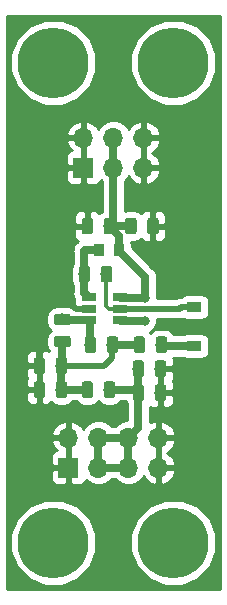
<source format=gbr>
G04 #@! TF.GenerationSoftware,KiCad,Pcbnew,(6.0.0-rc1-dev-205-gc0615c5ef)*
G04 #@! TF.CreationDate,2019-09-06T07:46:29+02:00*
G04 #@! TF.ProjectId,LT3483,4C54333438332E6B696361645F706362,v01*
G04 #@! TF.SameCoordinates,Original*
G04 #@! TF.FileFunction,Copper,L1,Top,Signal*
G04 #@! TF.FilePolarity,Positive*
%FSLAX46Y46*%
G04 Gerber Fmt 4.6, Leading zero omitted, Abs format (unit mm)*
G04 Created by KiCad (PCBNEW (6.0.0-rc1-dev-205-gc0615c5ef)) date 09/06/19 07:46:29*
%MOMM*%
%LPD*%
G01*
G04 APERTURE LIST*
G04 #@! TA.AperFunction,SMDPad,CuDef*
%ADD10R,0.900000X1.000000*%
G04 #@! TD*
G04 #@! TA.AperFunction,SMDPad,CuDef*
%ADD11R,1.200000X0.900000*%
G04 #@! TD*
G04 #@! TA.AperFunction,SMDPad,CuDef*
%ADD12R,1.220000X0.650000*%
G04 #@! TD*
G04 #@! TA.AperFunction,Conductor*
%ADD13C,0.100000*%
G04 #@! TD*
G04 #@! TA.AperFunction,SMDPad,CuDef*
%ADD14C,0.975000*%
G04 #@! TD*
G04 #@! TA.AperFunction,ComponentPad*
%ADD15C,6.000000*%
G04 #@! TD*
G04 #@! TA.AperFunction,ComponentPad*
%ADD16R,1.700000X1.700000*%
G04 #@! TD*
G04 #@! TA.AperFunction,ComponentPad*
%ADD17O,1.700000X1.700000*%
G04 #@! TD*
G04 #@! TA.AperFunction,ViaPad*
%ADD18C,0.800000*%
G04 #@! TD*
G04 #@! TA.AperFunction,Conductor*
%ADD19C,0.500000*%
G04 #@! TD*
G04 #@! TA.AperFunction,Conductor*
%ADD20C,0.700000*%
G04 #@! TD*
G04 #@! TA.AperFunction,Conductor*
%ADD21C,0.300000*%
G04 #@! TD*
G04 #@! TA.AperFunction,Conductor*
%ADD22C,0.254000*%
G04 #@! TD*
G04 APERTURE END LIST*
D10*
G04 #@! TO.P,L1,1*
G04 #@! TO.N,Net-(C1-Pad2)*
X178269000Y-107315000D03*
G04 #@! TO.P,L1,2*
G04 #@! TO.N,Net-(C3-Pad1)*
X176569000Y-107315000D03*
G04 #@! TD*
D11*
G04 #@! TO.P,D1,1*
G04 #@! TO.N,Net-(C3-Pad2)*
X184658000Y-112142000D03*
G04 #@! TO.P,D1,2*
G04 #@! TO.N,Net-(D1-Pad2)*
X184658000Y-115442000D03*
G04 #@! TD*
D12*
G04 #@! TO.P,U1,1*
G04 #@! TO.N,Net-(C3-Pad1)*
X175728000Y-111318000D03*
G04 #@! TO.P,U1,2*
G04 #@! TO.N,GND*
X175728000Y-112268000D03*
G04 #@! TO.P,U1,3*
G04 #@! TO.N,Net-(C4-Pad2)*
X175728000Y-113218000D03*
G04 #@! TO.P,U1,4*
G04 #@! TO.N,Net-(C1-Pad2)*
X178348000Y-113218000D03*
G04 #@! TO.P,U1,5*
G04 #@! TO.N,Net-(C3-Pad2)*
X178348000Y-112268000D03*
G04 #@! TO.P,U1,6*
G04 #@! TO.N,Net-(C1-Pad2)*
X178348000Y-111318000D03*
G04 #@! TD*
D13*
G04 #@! TO.N,Net-(C4-Pad1)*
G04 #@! TO.C,C4*
G36*
X173962142Y-114575674D02*
X173985803Y-114579184D01*
X174009007Y-114584996D01*
X174031529Y-114593054D01*
X174053153Y-114603282D01*
X174073670Y-114615579D01*
X174092883Y-114629829D01*
X174110607Y-114645893D01*
X174126671Y-114663617D01*
X174140921Y-114682830D01*
X174153218Y-114703347D01*
X174163446Y-114724971D01*
X174171504Y-114747493D01*
X174177316Y-114770697D01*
X174180826Y-114794358D01*
X174182000Y-114818250D01*
X174182000Y-115305750D01*
X174180826Y-115329642D01*
X174177316Y-115353303D01*
X174171504Y-115376507D01*
X174163446Y-115399029D01*
X174153218Y-115420653D01*
X174140921Y-115441170D01*
X174126671Y-115460383D01*
X174110607Y-115478107D01*
X174092883Y-115494171D01*
X174073670Y-115508421D01*
X174053153Y-115520718D01*
X174031529Y-115530946D01*
X174009007Y-115539004D01*
X173985803Y-115544816D01*
X173962142Y-115548326D01*
X173938250Y-115549500D01*
X173025750Y-115549500D01*
X173001858Y-115548326D01*
X172978197Y-115544816D01*
X172954993Y-115539004D01*
X172932471Y-115530946D01*
X172910847Y-115520718D01*
X172890330Y-115508421D01*
X172871117Y-115494171D01*
X172853393Y-115478107D01*
X172837329Y-115460383D01*
X172823079Y-115441170D01*
X172810782Y-115420653D01*
X172800554Y-115399029D01*
X172792496Y-115376507D01*
X172786684Y-115353303D01*
X172783174Y-115329642D01*
X172782000Y-115305750D01*
X172782000Y-114818250D01*
X172783174Y-114794358D01*
X172786684Y-114770697D01*
X172792496Y-114747493D01*
X172800554Y-114724971D01*
X172810782Y-114703347D01*
X172823079Y-114682830D01*
X172837329Y-114663617D01*
X172853393Y-114645893D01*
X172871117Y-114629829D01*
X172890330Y-114615579D01*
X172910847Y-114603282D01*
X172932471Y-114593054D01*
X172954993Y-114584996D01*
X172978197Y-114579184D01*
X173001858Y-114575674D01*
X173025750Y-114574500D01*
X173938250Y-114574500D01*
X173962142Y-114575674D01*
X173962142Y-114575674D01*
G37*
D14*
G04 #@! TD*
G04 #@! TO.P,C4,1*
G04 #@! TO.N,Net-(C4-Pad1)*
X173482000Y-115062000D03*
D13*
G04 #@! TO.N,Net-(C4-Pad2)*
G04 #@! TO.C,C4*
G36*
X173962142Y-112700674D02*
X173985803Y-112704184D01*
X174009007Y-112709996D01*
X174031529Y-112718054D01*
X174053153Y-112728282D01*
X174073670Y-112740579D01*
X174092883Y-112754829D01*
X174110607Y-112770893D01*
X174126671Y-112788617D01*
X174140921Y-112807830D01*
X174153218Y-112828347D01*
X174163446Y-112849971D01*
X174171504Y-112872493D01*
X174177316Y-112895697D01*
X174180826Y-112919358D01*
X174182000Y-112943250D01*
X174182000Y-113430750D01*
X174180826Y-113454642D01*
X174177316Y-113478303D01*
X174171504Y-113501507D01*
X174163446Y-113524029D01*
X174153218Y-113545653D01*
X174140921Y-113566170D01*
X174126671Y-113585383D01*
X174110607Y-113603107D01*
X174092883Y-113619171D01*
X174073670Y-113633421D01*
X174053153Y-113645718D01*
X174031529Y-113655946D01*
X174009007Y-113664004D01*
X173985803Y-113669816D01*
X173962142Y-113673326D01*
X173938250Y-113674500D01*
X173025750Y-113674500D01*
X173001858Y-113673326D01*
X172978197Y-113669816D01*
X172954993Y-113664004D01*
X172932471Y-113655946D01*
X172910847Y-113645718D01*
X172890330Y-113633421D01*
X172871117Y-113619171D01*
X172853393Y-113603107D01*
X172837329Y-113585383D01*
X172823079Y-113566170D01*
X172810782Y-113545653D01*
X172800554Y-113524029D01*
X172792496Y-113501507D01*
X172786684Y-113478303D01*
X172783174Y-113454642D01*
X172782000Y-113430750D01*
X172782000Y-112943250D01*
X172783174Y-112919358D01*
X172786684Y-112895697D01*
X172792496Y-112872493D01*
X172800554Y-112849971D01*
X172810782Y-112828347D01*
X172823079Y-112807830D01*
X172837329Y-112788617D01*
X172853393Y-112770893D01*
X172871117Y-112754829D01*
X172890330Y-112740579D01*
X172910847Y-112728282D01*
X172932471Y-112718054D01*
X172954993Y-112709996D01*
X172978197Y-112704184D01*
X173001858Y-112700674D01*
X173025750Y-112699500D01*
X173938250Y-112699500D01*
X173962142Y-112700674D01*
X173962142Y-112700674D01*
G37*
D14*
G04 #@! TD*
G04 #@! TO.P,C4,2*
G04 #@! TO.N,Net-(C4-Pad2)*
X173482000Y-113187000D03*
D13*
G04 #@! TO.N,Net-(C1-Pad2)*
G04 #@! TO.C,C2*
G36*
X179543142Y-104584174D02*
X179566803Y-104587684D01*
X179590007Y-104593496D01*
X179612529Y-104601554D01*
X179634153Y-104611782D01*
X179654670Y-104624079D01*
X179673883Y-104638329D01*
X179691607Y-104654393D01*
X179707671Y-104672117D01*
X179721921Y-104691330D01*
X179734218Y-104711847D01*
X179744446Y-104733471D01*
X179752504Y-104755993D01*
X179758316Y-104779197D01*
X179761826Y-104802858D01*
X179763000Y-104826750D01*
X179763000Y-105739250D01*
X179761826Y-105763142D01*
X179758316Y-105786803D01*
X179752504Y-105810007D01*
X179744446Y-105832529D01*
X179734218Y-105854153D01*
X179721921Y-105874670D01*
X179707671Y-105893883D01*
X179691607Y-105911607D01*
X179673883Y-105927671D01*
X179654670Y-105941921D01*
X179634153Y-105954218D01*
X179612529Y-105964446D01*
X179590007Y-105972504D01*
X179566803Y-105978316D01*
X179543142Y-105981826D01*
X179519250Y-105983000D01*
X179031750Y-105983000D01*
X179007858Y-105981826D01*
X178984197Y-105978316D01*
X178960993Y-105972504D01*
X178938471Y-105964446D01*
X178916847Y-105954218D01*
X178896330Y-105941921D01*
X178877117Y-105927671D01*
X178859393Y-105911607D01*
X178843329Y-105893883D01*
X178829079Y-105874670D01*
X178816782Y-105854153D01*
X178806554Y-105832529D01*
X178798496Y-105810007D01*
X178792684Y-105786803D01*
X178789174Y-105763142D01*
X178788000Y-105739250D01*
X178788000Y-104826750D01*
X178789174Y-104802858D01*
X178792684Y-104779197D01*
X178798496Y-104755993D01*
X178806554Y-104733471D01*
X178816782Y-104711847D01*
X178829079Y-104691330D01*
X178843329Y-104672117D01*
X178859393Y-104654393D01*
X178877117Y-104638329D01*
X178896330Y-104624079D01*
X178916847Y-104611782D01*
X178938471Y-104601554D01*
X178960993Y-104593496D01*
X178984197Y-104587684D01*
X179007858Y-104584174D01*
X179031750Y-104583000D01*
X179519250Y-104583000D01*
X179543142Y-104584174D01*
X179543142Y-104584174D01*
G37*
D14*
G04 #@! TD*
G04 #@! TO.P,C2,2*
G04 #@! TO.N,Net-(C1-Pad2)*
X179275500Y-105283000D03*
D13*
G04 #@! TO.N,GND*
G04 #@! TO.C,C2*
G36*
X181418142Y-104584174D02*
X181441803Y-104587684D01*
X181465007Y-104593496D01*
X181487529Y-104601554D01*
X181509153Y-104611782D01*
X181529670Y-104624079D01*
X181548883Y-104638329D01*
X181566607Y-104654393D01*
X181582671Y-104672117D01*
X181596921Y-104691330D01*
X181609218Y-104711847D01*
X181619446Y-104733471D01*
X181627504Y-104755993D01*
X181633316Y-104779197D01*
X181636826Y-104802858D01*
X181638000Y-104826750D01*
X181638000Y-105739250D01*
X181636826Y-105763142D01*
X181633316Y-105786803D01*
X181627504Y-105810007D01*
X181619446Y-105832529D01*
X181609218Y-105854153D01*
X181596921Y-105874670D01*
X181582671Y-105893883D01*
X181566607Y-105911607D01*
X181548883Y-105927671D01*
X181529670Y-105941921D01*
X181509153Y-105954218D01*
X181487529Y-105964446D01*
X181465007Y-105972504D01*
X181441803Y-105978316D01*
X181418142Y-105981826D01*
X181394250Y-105983000D01*
X180906750Y-105983000D01*
X180882858Y-105981826D01*
X180859197Y-105978316D01*
X180835993Y-105972504D01*
X180813471Y-105964446D01*
X180791847Y-105954218D01*
X180771330Y-105941921D01*
X180752117Y-105927671D01*
X180734393Y-105911607D01*
X180718329Y-105893883D01*
X180704079Y-105874670D01*
X180691782Y-105854153D01*
X180681554Y-105832529D01*
X180673496Y-105810007D01*
X180667684Y-105786803D01*
X180664174Y-105763142D01*
X180663000Y-105739250D01*
X180663000Y-104826750D01*
X180664174Y-104802858D01*
X180667684Y-104779197D01*
X180673496Y-104755993D01*
X180681554Y-104733471D01*
X180691782Y-104711847D01*
X180704079Y-104691330D01*
X180718329Y-104672117D01*
X180734393Y-104654393D01*
X180752117Y-104638329D01*
X180771330Y-104624079D01*
X180791847Y-104611782D01*
X180813471Y-104601554D01*
X180835993Y-104593496D01*
X180859197Y-104587684D01*
X180882858Y-104584174D01*
X180906750Y-104583000D01*
X181394250Y-104583000D01*
X181418142Y-104584174D01*
X181418142Y-104584174D01*
G37*
D14*
G04 #@! TD*
G04 #@! TO.P,C2,1*
G04 #@! TO.N,GND*
X181150500Y-105283000D03*
D13*
G04 #@! TO.N,Net-(C7-Pad1)*
G04 #@! TO.C,C7*
G36*
X180178142Y-116649174D02*
X180201803Y-116652684D01*
X180225007Y-116658496D01*
X180247529Y-116666554D01*
X180269153Y-116676782D01*
X180289670Y-116689079D01*
X180308883Y-116703329D01*
X180326607Y-116719393D01*
X180342671Y-116737117D01*
X180356921Y-116756330D01*
X180369218Y-116776847D01*
X180379446Y-116798471D01*
X180387504Y-116820993D01*
X180393316Y-116844197D01*
X180396826Y-116867858D01*
X180398000Y-116891750D01*
X180398000Y-117804250D01*
X180396826Y-117828142D01*
X180393316Y-117851803D01*
X180387504Y-117875007D01*
X180379446Y-117897529D01*
X180369218Y-117919153D01*
X180356921Y-117939670D01*
X180342671Y-117958883D01*
X180326607Y-117976607D01*
X180308883Y-117992671D01*
X180289670Y-118006921D01*
X180269153Y-118019218D01*
X180247529Y-118029446D01*
X180225007Y-118037504D01*
X180201803Y-118043316D01*
X180178142Y-118046826D01*
X180154250Y-118048000D01*
X179666750Y-118048000D01*
X179642858Y-118046826D01*
X179619197Y-118043316D01*
X179595993Y-118037504D01*
X179573471Y-118029446D01*
X179551847Y-118019218D01*
X179531330Y-118006921D01*
X179512117Y-117992671D01*
X179494393Y-117976607D01*
X179478329Y-117958883D01*
X179464079Y-117939670D01*
X179451782Y-117919153D01*
X179441554Y-117897529D01*
X179433496Y-117875007D01*
X179427684Y-117851803D01*
X179424174Y-117828142D01*
X179423000Y-117804250D01*
X179423000Y-116891750D01*
X179424174Y-116867858D01*
X179427684Y-116844197D01*
X179433496Y-116820993D01*
X179441554Y-116798471D01*
X179451782Y-116776847D01*
X179464079Y-116756330D01*
X179478329Y-116737117D01*
X179494393Y-116719393D01*
X179512117Y-116703329D01*
X179531330Y-116689079D01*
X179551847Y-116676782D01*
X179573471Y-116666554D01*
X179595993Y-116658496D01*
X179619197Y-116652684D01*
X179642858Y-116649174D01*
X179666750Y-116648000D01*
X180154250Y-116648000D01*
X180178142Y-116649174D01*
X180178142Y-116649174D01*
G37*
D14*
G04 #@! TD*
G04 #@! TO.P,C7,1*
G04 #@! TO.N,Net-(C7-Pad1)*
X179910500Y-117348000D03*
D13*
G04 #@! TO.N,GND*
G04 #@! TO.C,C7*
G36*
X182053142Y-116649174D02*
X182076803Y-116652684D01*
X182100007Y-116658496D01*
X182122529Y-116666554D01*
X182144153Y-116676782D01*
X182164670Y-116689079D01*
X182183883Y-116703329D01*
X182201607Y-116719393D01*
X182217671Y-116737117D01*
X182231921Y-116756330D01*
X182244218Y-116776847D01*
X182254446Y-116798471D01*
X182262504Y-116820993D01*
X182268316Y-116844197D01*
X182271826Y-116867858D01*
X182273000Y-116891750D01*
X182273000Y-117804250D01*
X182271826Y-117828142D01*
X182268316Y-117851803D01*
X182262504Y-117875007D01*
X182254446Y-117897529D01*
X182244218Y-117919153D01*
X182231921Y-117939670D01*
X182217671Y-117958883D01*
X182201607Y-117976607D01*
X182183883Y-117992671D01*
X182164670Y-118006921D01*
X182144153Y-118019218D01*
X182122529Y-118029446D01*
X182100007Y-118037504D01*
X182076803Y-118043316D01*
X182053142Y-118046826D01*
X182029250Y-118048000D01*
X181541750Y-118048000D01*
X181517858Y-118046826D01*
X181494197Y-118043316D01*
X181470993Y-118037504D01*
X181448471Y-118029446D01*
X181426847Y-118019218D01*
X181406330Y-118006921D01*
X181387117Y-117992671D01*
X181369393Y-117976607D01*
X181353329Y-117958883D01*
X181339079Y-117939670D01*
X181326782Y-117919153D01*
X181316554Y-117897529D01*
X181308496Y-117875007D01*
X181302684Y-117851803D01*
X181299174Y-117828142D01*
X181298000Y-117804250D01*
X181298000Y-116891750D01*
X181299174Y-116867858D01*
X181302684Y-116844197D01*
X181308496Y-116820993D01*
X181316554Y-116798471D01*
X181326782Y-116776847D01*
X181339079Y-116756330D01*
X181353329Y-116737117D01*
X181369393Y-116719393D01*
X181387117Y-116703329D01*
X181406330Y-116689079D01*
X181426847Y-116676782D01*
X181448471Y-116666554D01*
X181470993Y-116658496D01*
X181494197Y-116652684D01*
X181517858Y-116649174D01*
X181541750Y-116648000D01*
X182029250Y-116648000D01*
X182053142Y-116649174D01*
X182053142Y-116649174D01*
G37*
D14*
G04 #@! TD*
G04 #@! TO.P,C7,2*
G04 #@! TO.N,GND*
X181785500Y-117348000D03*
D13*
G04 #@! TO.N,GND*
G04 #@! TO.C,C6*
G36*
X171796142Y-118427174D02*
X171819803Y-118430684D01*
X171843007Y-118436496D01*
X171865529Y-118444554D01*
X171887153Y-118454782D01*
X171907670Y-118467079D01*
X171926883Y-118481329D01*
X171944607Y-118497393D01*
X171960671Y-118515117D01*
X171974921Y-118534330D01*
X171987218Y-118554847D01*
X171997446Y-118576471D01*
X172005504Y-118598993D01*
X172011316Y-118622197D01*
X172014826Y-118645858D01*
X172016000Y-118669750D01*
X172016000Y-119582250D01*
X172014826Y-119606142D01*
X172011316Y-119629803D01*
X172005504Y-119653007D01*
X171997446Y-119675529D01*
X171987218Y-119697153D01*
X171974921Y-119717670D01*
X171960671Y-119736883D01*
X171944607Y-119754607D01*
X171926883Y-119770671D01*
X171907670Y-119784921D01*
X171887153Y-119797218D01*
X171865529Y-119807446D01*
X171843007Y-119815504D01*
X171819803Y-119821316D01*
X171796142Y-119824826D01*
X171772250Y-119826000D01*
X171284750Y-119826000D01*
X171260858Y-119824826D01*
X171237197Y-119821316D01*
X171213993Y-119815504D01*
X171191471Y-119807446D01*
X171169847Y-119797218D01*
X171149330Y-119784921D01*
X171130117Y-119770671D01*
X171112393Y-119754607D01*
X171096329Y-119736883D01*
X171082079Y-119717670D01*
X171069782Y-119697153D01*
X171059554Y-119675529D01*
X171051496Y-119653007D01*
X171045684Y-119629803D01*
X171042174Y-119606142D01*
X171041000Y-119582250D01*
X171041000Y-118669750D01*
X171042174Y-118645858D01*
X171045684Y-118622197D01*
X171051496Y-118598993D01*
X171059554Y-118576471D01*
X171069782Y-118554847D01*
X171082079Y-118534330D01*
X171096329Y-118515117D01*
X171112393Y-118497393D01*
X171130117Y-118481329D01*
X171149330Y-118467079D01*
X171169847Y-118454782D01*
X171191471Y-118444554D01*
X171213993Y-118436496D01*
X171237197Y-118430684D01*
X171260858Y-118427174D01*
X171284750Y-118426000D01*
X171772250Y-118426000D01*
X171796142Y-118427174D01*
X171796142Y-118427174D01*
G37*
D14*
G04 #@! TD*
G04 #@! TO.P,C6,2*
G04 #@! TO.N,GND*
X171528500Y-119126000D03*
D13*
G04 #@! TO.N,Net-(C4-Pad1)*
G04 #@! TO.C,C6*
G36*
X173671142Y-118427174D02*
X173694803Y-118430684D01*
X173718007Y-118436496D01*
X173740529Y-118444554D01*
X173762153Y-118454782D01*
X173782670Y-118467079D01*
X173801883Y-118481329D01*
X173819607Y-118497393D01*
X173835671Y-118515117D01*
X173849921Y-118534330D01*
X173862218Y-118554847D01*
X173872446Y-118576471D01*
X173880504Y-118598993D01*
X173886316Y-118622197D01*
X173889826Y-118645858D01*
X173891000Y-118669750D01*
X173891000Y-119582250D01*
X173889826Y-119606142D01*
X173886316Y-119629803D01*
X173880504Y-119653007D01*
X173872446Y-119675529D01*
X173862218Y-119697153D01*
X173849921Y-119717670D01*
X173835671Y-119736883D01*
X173819607Y-119754607D01*
X173801883Y-119770671D01*
X173782670Y-119784921D01*
X173762153Y-119797218D01*
X173740529Y-119807446D01*
X173718007Y-119815504D01*
X173694803Y-119821316D01*
X173671142Y-119824826D01*
X173647250Y-119826000D01*
X173159750Y-119826000D01*
X173135858Y-119824826D01*
X173112197Y-119821316D01*
X173088993Y-119815504D01*
X173066471Y-119807446D01*
X173044847Y-119797218D01*
X173024330Y-119784921D01*
X173005117Y-119770671D01*
X172987393Y-119754607D01*
X172971329Y-119736883D01*
X172957079Y-119717670D01*
X172944782Y-119697153D01*
X172934554Y-119675529D01*
X172926496Y-119653007D01*
X172920684Y-119629803D01*
X172917174Y-119606142D01*
X172916000Y-119582250D01*
X172916000Y-118669750D01*
X172917174Y-118645858D01*
X172920684Y-118622197D01*
X172926496Y-118598993D01*
X172934554Y-118576471D01*
X172944782Y-118554847D01*
X172957079Y-118534330D01*
X172971329Y-118515117D01*
X172987393Y-118497393D01*
X173005117Y-118481329D01*
X173024330Y-118467079D01*
X173044847Y-118454782D01*
X173066471Y-118444554D01*
X173088993Y-118436496D01*
X173112197Y-118430684D01*
X173135858Y-118427174D01*
X173159750Y-118426000D01*
X173647250Y-118426000D01*
X173671142Y-118427174D01*
X173671142Y-118427174D01*
G37*
D14*
G04 #@! TD*
G04 #@! TO.P,C6,1*
G04 #@! TO.N,Net-(C4-Pad1)*
X173403500Y-119126000D03*
D13*
G04 #@! TO.N,Net-(C4-Pad1)*
G04 #@! TO.C,R3*
G36*
X175860142Y-118427174D02*
X175883803Y-118430684D01*
X175907007Y-118436496D01*
X175929529Y-118444554D01*
X175951153Y-118454782D01*
X175971670Y-118467079D01*
X175990883Y-118481329D01*
X176008607Y-118497393D01*
X176024671Y-118515117D01*
X176038921Y-118534330D01*
X176051218Y-118554847D01*
X176061446Y-118576471D01*
X176069504Y-118598993D01*
X176075316Y-118622197D01*
X176078826Y-118645858D01*
X176080000Y-118669750D01*
X176080000Y-119582250D01*
X176078826Y-119606142D01*
X176075316Y-119629803D01*
X176069504Y-119653007D01*
X176061446Y-119675529D01*
X176051218Y-119697153D01*
X176038921Y-119717670D01*
X176024671Y-119736883D01*
X176008607Y-119754607D01*
X175990883Y-119770671D01*
X175971670Y-119784921D01*
X175951153Y-119797218D01*
X175929529Y-119807446D01*
X175907007Y-119815504D01*
X175883803Y-119821316D01*
X175860142Y-119824826D01*
X175836250Y-119826000D01*
X175348750Y-119826000D01*
X175324858Y-119824826D01*
X175301197Y-119821316D01*
X175277993Y-119815504D01*
X175255471Y-119807446D01*
X175233847Y-119797218D01*
X175213330Y-119784921D01*
X175194117Y-119770671D01*
X175176393Y-119754607D01*
X175160329Y-119736883D01*
X175146079Y-119717670D01*
X175133782Y-119697153D01*
X175123554Y-119675529D01*
X175115496Y-119653007D01*
X175109684Y-119629803D01*
X175106174Y-119606142D01*
X175105000Y-119582250D01*
X175105000Y-118669750D01*
X175106174Y-118645858D01*
X175109684Y-118622197D01*
X175115496Y-118598993D01*
X175123554Y-118576471D01*
X175133782Y-118554847D01*
X175146079Y-118534330D01*
X175160329Y-118515117D01*
X175176393Y-118497393D01*
X175194117Y-118481329D01*
X175213330Y-118467079D01*
X175233847Y-118454782D01*
X175255471Y-118444554D01*
X175277993Y-118436496D01*
X175301197Y-118430684D01*
X175324858Y-118427174D01*
X175348750Y-118426000D01*
X175836250Y-118426000D01*
X175860142Y-118427174D01*
X175860142Y-118427174D01*
G37*
D14*
G04 #@! TD*
G04 #@! TO.P,R3,2*
G04 #@! TO.N,Net-(C4-Pad1)*
X175592500Y-119126000D03*
D13*
G04 #@! TO.N,Net-(C7-Pad1)*
G04 #@! TO.C,R3*
G36*
X177735142Y-118427174D02*
X177758803Y-118430684D01*
X177782007Y-118436496D01*
X177804529Y-118444554D01*
X177826153Y-118454782D01*
X177846670Y-118467079D01*
X177865883Y-118481329D01*
X177883607Y-118497393D01*
X177899671Y-118515117D01*
X177913921Y-118534330D01*
X177926218Y-118554847D01*
X177936446Y-118576471D01*
X177944504Y-118598993D01*
X177950316Y-118622197D01*
X177953826Y-118645858D01*
X177955000Y-118669750D01*
X177955000Y-119582250D01*
X177953826Y-119606142D01*
X177950316Y-119629803D01*
X177944504Y-119653007D01*
X177936446Y-119675529D01*
X177926218Y-119697153D01*
X177913921Y-119717670D01*
X177899671Y-119736883D01*
X177883607Y-119754607D01*
X177865883Y-119770671D01*
X177846670Y-119784921D01*
X177826153Y-119797218D01*
X177804529Y-119807446D01*
X177782007Y-119815504D01*
X177758803Y-119821316D01*
X177735142Y-119824826D01*
X177711250Y-119826000D01*
X177223750Y-119826000D01*
X177199858Y-119824826D01*
X177176197Y-119821316D01*
X177152993Y-119815504D01*
X177130471Y-119807446D01*
X177108847Y-119797218D01*
X177088330Y-119784921D01*
X177069117Y-119770671D01*
X177051393Y-119754607D01*
X177035329Y-119736883D01*
X177021079Y-119717670D01*
X177008782Y-119697153D01*
X176998554Y-119675529D01*
X176990496Y-119653007D01*
X176984684Y-119629803D01*
X176981174Y-119606142D01*
X176980000Y-119582250D01*
X176980000Y-118669750D01*
X176981174Y-118645858D01*
X176984684Y-118622197D01*
X176990496Y-118598993D01*
X176998554Y-118576471D01*
X177008782Y-118554847D01*
X177021079Y-118534330D01*
X177035329Y-118515117D01*
X177051393Y-118497393D01*
X177069117Y-118481329D01*
X177088330Y-118467079D01*
X177108847Y-118454782D01*
X177130471Y-118444554D01*
X177152993Y-118436496D01*
X177176197Y-118430684D01*
X177199858Y-118427174D01*
X177223750Y-118426000D01*
X177711250Y-118426000D01*
X177735142Y-118427174D01*
X177735142Y-118427174D01*
G37*
D14*
G04 #@! TD*
G04 #@! TO.P,R3,1*
G04 #@! TO.N,Net-(C7-Pad1)*
X177467500Y-119126000D03*
D13*
G04 #@! TO.N,Net-(C4-Pad2)*
G04 #@! TO.C,R2*
G36*
X176114142Y-114617174D02*
X176137803Y-114620684D01*
X176161007Y-114626496D01*
X176183529Y-114634554D01*
X176205153Y-114644782D01*
X176225670Y-114657079D01*
X176244883Y-114671329D01*
X176262607Y-114687393D01*
X176278671Y-114705117D01*
X176292921Y-114724330D01*
X176305218Y-114744847D01*
X176315446Y-114766471D01*
X176323504Y-114788993D01*
X176329316Y-114812197D01*
X176332826Y-114835858D01*
X176334000Y-114859750D01*
X176334000Y-115772250D01*
X176332826Y-115796142D01*
X176329316Y-115819803D01*
X176323504Y-115843007D01*
X176315446Y-115865529D01*
X176305218Y-115887153D01*
X176292921Y-115907670D01*
X176278671Y-115926883D01*
X176262607Y-115944607D01*
X176244883Y-115960671D01*
X176225670Y-115974921D01*
X176205153Y-115987218D01*
X176183529Y-115997446D01*
X176161007Y-116005504D01*
X176137803Y-116011316D01*
X176114142Y-116014826D01*
X176090250Y-116016000D01*
X175602750Y-116016000D01*
X175578858Y-116014826D01*
X175555197Y-116011316D01*
X175531993Y-116005504D01*
X175509471Y-115997446D01*
X175487847Y-115987218D01*
X175467330Y-115974921D01*
X175448117Y-115960671D01*
X175430393Y-115944607D01*
X175414329Y-115926883D01*
X175400079Y-115907670D01*
X175387782Y-115887153D01*
X175377554Y-115865529D01*
X175369496Y-115843007D01*
X175363684Y-115819803D01*
X175360174Y-115796142D01*
X175359000Y-115772250D01*
X175359000Y-114859750D01*
X175360174Y-114835858D01*
X175363684Y-114812197D01*
X175369496Y-114788993D01*
X175377554Y-114766471D01*
X175387782Y-114744847D01*
X175400079Y-114724330D01*
X175414329Y-114705117D01*
X175430393Y-114687393D01*
X175448117Y-114671329D01*
X175467330Y-114657079D01*
X175487847Y-114644782D01*
X175509471Y-114634554D01*
X175531993Y-114626496D01*
X175555197Y-114620684D01*
X175578858Y-114617174D01*
X175602750Y-114616000D01*
X176090250Y-114616000D01*
X176114142Y-114617174D01*
X176114142Y-114617174D01*
G37*
D14*
G04 #@! TD*
G04 #@! TO.P,R2,1*
G04 #@! TO.N,Net-(C4-Pad2)*
X175846500Y-115316000D03*
D13*
G04 #@! TO.N,Net-(C4-Pad1)*
G04 #@! TO.C,R2*
G36*
X177989142Y-114617174D02*
X178012803Y-114620684D01*
X178036007Y-114626496D01*
X178058529Y-114634554D01*
X178080153Y-114644782D01*
X178100670Y-114657079D01*
X178119883Y-114671329D01*
X178137607Y-114687393D01*
X178153671Y-114705117D01*
X178167921Y-114724330D01*
X178180218Y-114744847D01*
X178190446Y-114766471D01*
X178198504Y-114788993D01*
X178204316Y-114812197D01*
X178207826Y-114835858D01*
X178209000Y-114859750D01*
X178209000Y-115772250D01*
X178207826Y-115796142D01*
X178204316Y-115819803D01*
X178198504Y-115843007D01*
X178190446Y-115865529D01*
X178180218Y-115887153D01*
X178167921Y-115907670D01*
X178153671Y-115926883D01*
X178137607Y-115944607D01*
X178119883Y-115960671D01*
X178100670Y-115974921D01*
X178080153Y-115987218D01*
X178058529Y-115997446D01*
X178036007Y-116005504D01*
X178012803Y-116011316D01*
X177989142Y-116014826D01*
X177965250Y-116016000D01*
X177477750Y-116016000D01*
X177453858Y-116014826D01*
X177430197Y-116011316D01*
X177406993Y-116005504D01*
X177384471Y-115997446D01*
X177362847Y-115987218D01*
X177342330Y-115974921D01*
X177323117Y-115960671D01*
X177305393Y-115944607D01*
X177289329Y-115926883D01*
X177275079Y-115907670D01*
X177262782Y-115887153D01*
X177252554Y-115865529D01*
X177244496Y-115843007D01*
X177238684Y-115819803D01*
X177235174Y-115796142D01*
X177234000Y-115772250D01*
X177234000Y-114859750D01*
X177235174Y-114835858D01*
X177238684Y-114812197D01*
X177244496Y-114788993D01*
X177252554Y-114766471D01*
X177262782Y-114744847D01*
X177275079Y-114724330D01*
X177289329Y-114705117D01*
X177305393Y-114687393D01*
X177323117Y-114671329D01*
X177342330Y-114657079D01*
X177362847Y-114644782D01*
X177384471Y-114634554D01*
X177406993Y-114626496D01*
X177430197Y-114620684D01*
X177453858Y-114617174D01*
X177477750Y-114616000D01*
X177965250Y-114616000D01*
X177989142Y-114617174D01*
X177989142Y-114617174D01*
G37*
D14*
G04 #@! TD*
G04 #@! TO.P,R2,2*
G04 #@! TO.N,Net-(C4-Pad1)*
X177721500Y-115316000D03*
D13*
G04 #@! TO.N,GND*
G04 #@! TO.C,C1*
G36*
X175860142Y-104584174D02*
X175883803Y-104587684D01*
X175907007Y-104593496D01*
X175929529Y-104601554D01*
X175951153Y-104611782D01*
X175971670Y-104624079D01*
X175990883Y-104638329D01*
X176008607Y-104654393D01*
X176024671Y-104672117D01*
X176038921Y-104691330D01*
X176051218Y-104711847D01*
X176061446Y-104733471D01*
X176069504Y-104755993D01*
X176075316Y-104779197D01*
X176078826Y-104802858D01*
X176080000Y-104826750D01*
X176080000Y-105739250D01*
X176078826Y-105763142D01*
X176075316Y-105786803D01*
X176069504Y-105810007D01*
X176061446Y-105832529D01*
X176051218Y-105854153D01*
X176038921Y-105874670D01*
X176024671Y-105893883D01*
X176008607Y-105911607D01*
X175990883Y-105927671D01*
X175971670Y-105941921D01*
X175951153Y-105954218D01*
X175929529Y-105964446D01*
X175907007Y-105972504D01*
X175883803Y-105978316D01*
X175860142Y-105981826D01*
X175836250Y-105983000D01*
X175348750Y-105983000D01*
X175324858Y-105981826D01*
X175301197Y-105978316D01*
X175277993Y-105972504D01*
X175255471Y-105964446D01*
X175233847Y-105954218D01*
X175213330Y-105941921D01*
X175194117Y-105927671D01*
X175176393Y-105911607D01*
X175160329Y-105893883D01*
X175146079Y-105874670D01*
X175133782Y-105854153D01*
X175123554Y-105832529D01*
X175115496Y-105810007D01*
X175109684Y-105786803D01*
X175106174Y-105763142D01*
X175105000Y-105739250D01*
X175105000Y-104826750D01*
X175106174Y-104802858D01*
X175109684Y-104779197D01*
X175115496Y-104755993D01*
X175123554Y-104733471D01*
X175133782Y-104711847D01*
X175146079Y-104691330D01*
X175160329Y-104672117D01*
X175176393Y-104654393D01*
X175194117Y-104638329D01*
X175213330Y-104624079D01*
X175233847Y-104611782D01*
X175255471Y-104601554D01*
X175277993Y-104593496D01*
X175301197Y-104587684D01*
X175324858Y-104584174D01*
X175348750Y-104583000D01*
X175836250Y-104583000D01*
X175860142Y-104584174D01*
X175860142Y-104584174D01*
G37*
D14*
G04 #@! TD*
G04 #@! TO.P,C1,1*
G04 #@! TO.N,GND*
X175592500Y-105283000D03*
D13*
G04 #@! TO.N,Net-(C1-Pad2)*
G04 #@! TO.C,C1*
G36*
X177735142Y-104584174D02*
X177758803Y-104587684D01*
X177782007Y-104593496D01*
X177804529Y-104601554D01*
X177826153Y-104611782D01*
X177846670Y-104624079D01*
X177865883Y-104638329D01*
X177883607Y-104654393D01*
X177899671Y-104672117D01*
X177913921Y-104691330D01*
X177926218Y-104711847D01*
X177936446Y-104733471D01*
X177944504Y-104755993D01*
X177950316Y-104779197D01*
X177953826Y-104802858D01*
X177955000Y-104826750D01*
X177955000Y-105739250D01*
X177953826Y-105763142D01*
X177950316Y-105786803D01*
X177944504Y-105810007D01*
X177936446Y-105832529D01*
X177926218Y-105854153D01*
X177913921Y-105874670D01*
X177899671Y-105893883D01*
X177883607Y-105911607D01*
X177865883Y-105927671D01*
X177846670Y-105941921D01*
X177826153Y-105954218D01*
X177804529Y-105964446D01*
X177782007Y-105972504D01*
X177758803Y-105978316D01*
X177735142Y-105981826D01*
X177711250Y-105983000D01*
X177223750Y-105983000D01*
X177199858Y-105981826D01*
X177176197Y-105978316D01*
X177152993Y-105972504D01*
X177130471Y-105964446D01*
X177108847Y-105954218D01*
X177088330Y-105941921D01*
X177069117Y-105927671D01*
X177051393Y-105911607D01*
X177035329Y-105893883D01*
X177021079Y-105874670D01*
X177008782Y-105854153D01*
X176998554Y-105832529D01*
X176990496Y-105810007D01*
X176984684Y-105786803D01*
X176981174Y-105763142D01*
X176980000Y-105739250D01*
X176980000Y-104826750D01*
X176981174Y-104802858D01*
X176984684Y-104779197D01*
X176990496Y-104755993D01*
X176998554Y-104733471D01*
X177008782Y-104711847D01*
X177021079Y-104691330D01*
X177035329Y-104672117D01*
X177051393Y-104654393D01*
X177069117Y-104638329D01*
X177088330Y-104624079D01*
X177108847Y-104611782D01*
X177130471Y-104601554D01*
X177152993Y-104593496D01*
X177176197Y-104587684D01*
X177199858Y-104584174D01*
X177223750Y-104583000D01*
X177711250Y-104583000D01*
X177735142Y-104584174D01*
X177735142Y-104584174D01*
G37*
D14*
G04 #@! TD*
G04 #@! TO.P,C1,2*
G04 #@! TO.N,Net-(C1-Pad2)*
X177467500Y-105283000D03*
D13*
G04 #@! TO.N,Net-(C3-Pad2)*
G04 #@! TO.C,C3*
G36*
X177481142Y-108648174D02*
X177504803Y-108651684D01*
X177528007Y-108657496D01*
X177550529Y-108665554D01*
X177572153Y-108675782D01*
X177592670Y-108688079D01*
X177611883Y-108702329D01*
X177629607Y-108718393D01*
X177645671Y-108736117D01*
X177659921Y-108755330D01*
X177672218Y-108775847D01*
X177682446Y-108797471D01*
X177690504Y-108819993D01*
X177696316Y-108843197D01*
X177699826Y-108866858D01*
X177701000Y-108890750D01*
X177701000Y-109803250D01*
X177699826Y-109827142D01*
X177696316Y-109850803D01*
X177690504Y-109874007D01*
X177682446Y-109896529D01*
X177672218Y-109918153D01*
X177659921Y-109938670D01*
X177645671Y-109957883D01*
X177629607Y-109975607D01*
X177611883Y-109991671D01*
X177592670Y-110005921D01*
X177572153Y-110018218D01*
X177550529Y-110028446D01*
X177528007Y-110036504D01*
X177504803Y-110042316D01*
X177481142Y-110045826D01*
X177457250Y-110047000D01*
X176969750Y-110047000D01*
X176945858Y-110045826D01*
X176922197Y-110042316D01*
X176898993Y-110036504D01*
X176876471Y-110028446D01*
X176854847Y-110018218D01*
X176834330Y-110005921D01*
X176815117Y-109991671D01*
X176797393Y-109975607D01*
X176781329Y-109957883D01*
X176767079Y-109938670D01*
X176754782Y-109918153D01*
X176744554Y-109896529D01*
X176736496Y-109874007D01*
X176730684Y-109850803D01*
X176727174Y-109827142D01*
X176726000Y-109803250D01*
X176726000Y-108890750D01*
X176727174Y-108866858D01*
X176730684Y-108843197D01*
X176736496Y-108819993D01*
X176744554Y-108797471D01*
X176754782Y-108775847D01*
X176767079Y-108755330D01*
X176781329Y-108736117D01*
X176797393Y-108718393D01*
X176815117Y-108702329D01*
X176834330Y-108688079D01*
X176854847Y-108675782D01*
X176876471Y-108665554D01*
X176898993Y-108657496D01*
X176922197Y-108651684D01*
X176945858Y-108648174D01*
X176969750Y-108647000D01*
X177457250Y-108647000D01*
X177481142Y-108648174D01*
X177481142Y-108648174D01*
G37*
D14*
G04 #@! TD*
G04 #@! TO.P,C3,2*
G04 #@! TO.N,Net-(C3-Pad2)*
X177213500Y-109347000D03*
D13*
G04 #@! TO.N,Net-(C3-Pad1)*
G04 #@! TO.C,C3*
G36*
X175606142Y-108648174D02*
X175629803Y-108651684D01*
X175653007Y-108657496D01*
X175675529Y-108665554D01*
X175697153Y-108675782D01*
X175717670Y-108688079D01*
X175736883Y-108702329D01*
X175754607Y-108718393D01*
X175770671Y-108736117D01*
X175784921Y-108755330D01*
X175797218Y-108775847D01*
X175807446Y-108797471D01*
X175815504Y-108819993D01*
X175821316Y-108843197D01*
X175824826Y-108866858D01*
X175826000Y-108890750D01*
X175826000Y-109803250D01*
X175824826Y-109827142D01*
X175821316Y-109850803D01*
X175815504Y-109874007D01*
X175807446Y-109896529D01*
X175797218Y-109918153D01*
X175784921Y-109938670D01*
X175770671Y-109957883D01*
X175754607Y-109975607D01*
X175736883Y-109991671D01*
X175717670Y-110005921D01*
X175697153Y-110018218D01*
X175675529Y-110028446D01*
X175653007Y-110036504D01*
X175629803Y-110042316D01*
X175606142Y-110045826D01*
X175582250Y-110047000D01*
X175094750Y-110047000D01*
X175070858Y-110045826D01*
X175047197Y-110042316D01*
X175023993Y-110036504D01*
X175001471Y-110028446D01*
X174979847Y-110018218D01*
X174959330Y-110005921D01*
X174940117Y-109991671D01*
X174922393Y-109975607D01*
X174906329Y-109957883D01*
X174892079Y-109938670D01*
X174879782Y-109918153D01*
X174869554Y-109896529D01*
X174861496Y-109874007D01*
X174855684Y-109850803D01*
X174852174Y-109827142D01*
X174851000Y-109803250D01*
X174851000Y-108890750D01*
X174852174Y-108866858D01*
X174855684Y-108843197D01*
X174861496Y-108819993D01*
X174869554Y-108797471D01*
X174879782Y-108775847D01*
X174892079Y-108755330D01*
X174906329Y-108736117D01*
X174922393Y-108718393D01*
X174940117Y-108702329D01*
X174959330Y-108688079D01*
X174979847Y-108675782D01*
X175001471Y-108665554D01*
X175023993Y-108657496D01*
X175047197Y-108651684D01*
X175070858Y-108648174D01*
X175094750Y-108647000D01*
X175582250Y-108647000D01*
X175606142Y-108648174D01*
X175606142Y-108648174D01*
G37*
D14*
G04 #@! TD*
G04 #@! TO.P,C3,1*
G04 #@! TO.N,Net-(C3-Pad1)*
X175338500Y-109347000D03*
D13*
G04 #@! TO.N,Net-(C4-Pad1)*
G04 #@! TO.C,C5*
G36*
X173671142Y-116395174D02*
X173694803Y-116398684D01*
X173718007Y-116404496D01*
X173740529Y-116412554D01*
X173762153Y-116422782D01*
X173782670Y-116435079D01*
X173801883Y-116449329D01*
X173819607Y-116465393D01*
X173835671Y-116483117D01*
X173849921Y-116502330D01*
X173862218Y-116522847D01*
X173872446Y-116544471D01*
X173880504Y-116566993D01*
X173886316Y-116590197D01*
X173889826Y-116613858D01*
X173891000Y-116637750D01*
X173891000Y-117550250D01*
X173889826Y-117574142D01*
X173886316Y-117597803D01*
X173880504Y-117621007D01*
X173872446Y-117643529D01*
X173862218Y-117665153D01*
X173849921Y-117685670D01*
X173835671Y-117704883D01*
X173819607Y-117722607D01*
X173801883Y-117738671D01*
X173782670Y-117752921D01*
X173762153Y-117765218D01*
X173740529Y-117775446D01*
X173718007Y-117783504D01*
X173694803Y-117789316D01*
X173671142Y-117792826D01*
X173647250Y-117794000D01*
X173159750Y-117794000D01*
X173135858Y-117792826D01*
X173112197Y-117789316D01*
X173088993Y-117783504D01*
X173066471Y-117775446D01*
X173044847Y-117765218D01*
X173024330Y-117752921D01*
X173005117Y-117738671D01*
X172987393Y-117722607D01*
X172971329Y-117704883D01*
X172957079Y-117685670D01*
X172944782Y-117665153D01*
X172934554Y-117643529D01*
X172926496Y-117621007D01*
X172920684Y-117597803D01*
X172917174Y-117574142D01*
X172916000Y-117550250D01*
X172916000Y-116637750D01*
X172917174Y-116613858D01*
X172920684Y-116590197D01*
X172926496Y-116566993D01*
X172934554Y-116544471D01*
X172944782Y-116522847D01*
X172957079Y-116502330D01*
X172971329Y-116483117D01*
X172987393Y-116465393D01*
X173005117Y-116449329D01*
X173024330Y-116435079D01*
X173044847Y-116422782D01*
X173066471Y-116412554D01*
X173088993Y-116404496D01*
X173112197Y-116398684D01*
X173135858Y-116395174D01*
X173159750Y-116394000D01*
X173647250Y-116394000D01*
X173671142Y-116395174D01*
X173671142Y-116395174D01*
G37*
D14*
G04 #@! TD*
G04 #@! TO.P,C5,1*
G04 #@! TO.N,Net-(C4-Pad1)*
X173403500Y-117094000D03*
D13*
G04 #@! TO.N,GND*
G04 #@! TO.C,C5*
G36*
X171796142Y-116395174D02*
X171819803Y-116398684D01*
X171843007Y-116404496D01*
X171865529Y-116412554D01*
X171887153Y-116422782D01*
X171907670Y-116435079D01*
X171926883Y-116449329D01*
X171944607Y-116465393D01*
X171960671Y-116483117D01*
X171974921Y-116502330D01*
X171987218Y-116522847D01*
X171997446Y-116544471D01*
X172005504Y-116566993D01*
X172011316Y-116590197D01*
X172014826Y-116613858D01*
X172016000Y-116637750D01*
X172016000Y-117550250D01*
X172014826Y-117574142D01*
X172011316Y-117597803D01*
X172005504Y-117621007D01*
X171997446Y-117643529D01*
X171987218Y-117665153D01*
X171974921Y-117685670D01*
X171960671Y-117704883D01*
X171944607Y-117722607D01*
X171926883Y-117738671D01*
X171907670Y-117752921D01*
X171887153Y-117765218D01*
X171865529Y-117775446D01*
X171843007Y-117783504D01*
X171819803Y-117789316D01*
X171796142Y-117792826D01*
X171772250Y-117794000D01*
X171284750Y-117794000D01*
X171260858Y-117792826D01*
X171237197Y-117789316D01*
X171213993Y-117783504D01*
X171191471Y-117775446D01*
X171169847Y-117765218D01*
X171149330Y-117752921D01*
X171130117Y-117738671D01*
X171112393Y-117722607D01*
X171096329Y-117704883D01*
X171082079Y-117685670D01*
X171069782Y-117665153D01*
X171059554Y-117643529D01*
X171051496Y-117621007D01*
X171045684Y-117597803D01*
X171042174Y-117574142D01*
X171041000Y-117550250D01*
X171041000Y-116637750D01*
X171042174Y-116613858D01*
X171045684Y-116590197D01*
X171051496Y-116566993D01*
X171059554Y-116544471D01*
X171069782Y-116522847D01*
X171082079Y-116502330D01*
X171096329Y-116483117D01*
X171112393Y-116465393D01*
X171130117Y-116449329D01*
X171149330Y-116435079D01*
X171169847Y-116422782D01*
X171191471Y-116412554D01*
X171213993Y-116404496D01*
X171237197Y-116398684D01*
X171260858Y-116395174D01*
X171284750Y-116394000D01*
X171772250Y-116394000D01*
X171796142Y-116395174D01*
X171796142Y-116395174D01*
G37*
D14*
G04 #@! TD*
G04 #@! TO.P,C5,2*
G04 #@! TO.N,GND*
X171528500Y-117094000D03*
D13*
G04 #@! TO.N,GND*
G04 #@! TO.C,C8*
G36*
X182053142Y-118681174D02*
X182076803Y-118684684D01*
X182100007Y-118690496D01*
X182122529Y-118698554D01*
X182144153Y-118708782D01*
X182164670Y-118721079D01*
X182183883Y-118735329D01*
X182201607Y-118751393D01*
X182217671Y-118769117D01*
X182231921Y-118788330D01*
X182244218Y-118808847D01*
X182254446Y-118830471D01*
X182262504Y-118852993D01*
X182268316Y-118876197D01*
X182271826Y-118899858D01*
X182273000Y-118923750D01*
X182273000Y-119836250D01*
X182271826Y-119860142D01*
X182268316Y-119883803D01*
X182262504Y-119907007D01*
X182254446Y-119929529D01*
X182244218Y-119951153D01*
X182231921Y-119971670D01*
X182217671Y-119990883D01*
X182201607Y-120008607D01*
X182183883Y-120024671D01*
X182164670Y-120038921D01*
X182144153Y-120051218D01*
X182122529Y-120061446D01*
X182100007Y-120069504D01*
X182076803Y-120075316D01*
X182053142Y-120078826D01*
X182029250Y-120080000D01*
X181541750Y-120080000D01*
X181517858Y-120078826D01*
X181494197Y-120075316D01*
X181470993Y-120069504D01*
X181448471Y-120061446D01*
X181426847Y-120051218D01*
X181406330Y-120038921D01*
X181387117Y-120024671D01*
X181369393Y-120008607D01*
X181353329Y-119990883D01*
X181339079Y-119971670D01*
X181326782Y-119951153D01*
X181316554Y-119929529D01*
X181308496Y-119907007D01*
X181302684Y-119883803D01*
X181299174Y-119860142D01*
X181298000Y-119836250D01*
X181298000Y-118923750D01*
X181299174Y-118899858D01*
X181302684Y-118876197D01*
X181308496Y-118852993D01*
X181316554Y-118830471D01*
X181326782Y-118808847D01*
X181339079Y-118788330D01*
X181353329Y-118769117D01*
X181369393Y-118751393D01*
X181387117Y-118735329D01*
X181406330Y-118721079D01*
X181426847Y-118708782D01*
X181448471Y-118698554D01*
X181470993Y-118690496D01*
X181494197Y-118684684D01*
X181517858Y-118681174D01*
X181541750Y-118680000D01*
X182029250Y-118680000D01*
X182053142Y-118681174D01*
X182053142Y-118681174D01*
G37*
D14*
G04 #@! TD*
G04 #@! TO.P,C8,2*
G04 #@! TO.N,GND*
X181785500Y-119380000D03*
D13*
G04 #@! TO.N,Net-(C7-Pad1)*
G04 #@! TO.C,C8*
G36*
X180178142Y-118681174D02*
X180201803Y-118684684D01*
X180225007Y-118690496D01*
X180247529Y-118698554D01*
X180269153Y-118708782D01*
X180289670Y-118721079D01*
X180308883Y-118735329D01*
X180326607Y-118751393D01*
X180342671Y-118769117D01*
X180356921Y-118788330D01*
X180369218Y-118808847D01*
X180379446Y-118830471D01*
X180387504Y-118852993D01*
X180393316Y-118876197D01*
X180396826Y-118899858D01*
X180398000Y-118923750D01*
X180398000Y-119836250D01*
X180396826Y-119860142D01*
X180393316Y-119883803D01*
X180387504Y-119907007D01*
X180379446Y-119929529D01*
X180369218Y-119951153D01*
X180356921Y-119971670D01*
X180342671Y-119990883D01*
X180326607Y-120008607D01*
X180308883Y-120024671D01*
X180289670Y-120038921D01*
X180269153Y-120051218D01*
X180247529Y-120061446D01*
X180225007Y-120069504D01*
X180201803Y-120075316D01*
X180178142Y-120078826D01*
X180154250Y-120080000D01*
X179666750Y-120080000D01*
X179642858Y-120078826D01*
X179619197Y-120075316D01*
X179595993Y-120069504D01*
X179573471Y-120061446D01*
X179551847Y-120051218D01*
X179531330Y-120038921D01*
X179512117Y-120024671D01*
X179494393Y-120008607D01*
X179478329Y-119990883D01*
X179464079Y-119971670D01*
X179451782Y-119951153D01*
X179441554Y-119929529D01*
X179433496Y-119907007D01*
X179427684Y-119883803D01*
X179424174Y-119860142D01*
X179423000Y-119836250D01*
X179423000Y-118923750D01*
X179424174Y-118899858D01*
X179427684Y-118876197D01*
X179433496Y-118852993D01*
X179441554Y-118830471D01*
X179451782Y-118808847D01*
X179464079Y-118788330D01*
X179478329Y-118769117D01*
X179494393Y-118751393D01*
X179512117Y-118735329D01*
X179531330Y-118721079D01*
X179551847Y-118708782D01*
X179573471Y-118698554D01*
X179595993Y-118690496D01*
X179619197Y-118684684D01*
X179642858Y-118681174D01*
X179666750Y-118680000D01*
X180154250Y-118680000D01*
X180178142Y-118681174D01*
X180178142Y-118681174D01*
G37*
D14*
G04 #@! TD*
G04 #@! TO.P,C8,1*
G04 #@! TO.N,Net-(C7-Pad1)*
X179910500Y-119380000D03*
D13*
G04 #@! TO.N,Net-(D1-Pad2)*
G04 #@! TO.C,R1*
G36*
X182131642Y-114617174D02*
X182155303Y-114620684D01*
X182178507Y-114626496D01*
X182201029Y-114634554D01*
X182222653Y-114644782D01*
X182243170Y-114657079D01*
X182262383Y-114671329D01*
X182280107Y-114687393D01*
X182296171Y-114705117D01*
X182310421Y-114724330D01*
X182322718Y-114744847D01*
X182332946Y-114766471D01*
X182341004Y-114788993D01*
X182346816Y-114812197D01*
X182350326Y-114835858D01*
X182351500Y-114859750D01*
X182351500Y-115772250D01*
X182350326Y-115796142D01*
X182346816Y-115819803D01*
X182341004Y-115843007D01*
X182332946Y-115865529D01*
X182322718Y-115887153D01*
X182310421Y-115907670D01*
X182296171Y-115926883D01*
X182280107Y-115944607D01*
X182262383Y-115960671D01*
X182243170Y-115974921D01*
X182222653Y-115987218D01*
X182201029Y-115997446D01*
X182178507Y-116005504D01*
X182155303Y-116011316D01*
X182131642Y-116014826D01*
X182107750Y-116016000D01*
X181620250Y-116016000D01*
X181596358Y-116014826D01*
X181572697Y-116011316D01*
X181549493Y-116005504D01*
X181526971Y-115997446D01*
X181505347Y-115987218D01*
X181484830Y-115974921D01*
X181465617Y-115960671D01*
X181447893Y-115944607D01*
X181431829Y-115926883D01*
X181417579Y-115907670D01*
X181405282Y-115887153D01*
X181395054Y-115865529D01*
X181386996Y-115843007D01*
X181381184Y-115819803D01*
X181377674Y-115796142D01*
X181376500Y-115772250D01*
X181376500Y-114859750D01*
X181377674Y-114835858D01*
X181381184Y-114812197D01*
X181386996Y-114788993D01*
X181395054Y-114766471D01*
X181405282Y-114744847D01*
X181417579Y-114724330D01*
X181431829Y-114705117D01*
X181447893Y-114687393D01*
X181465617Y-114671329D01*
X181484830Y-114657079D01*
X181505347Y-114644782D01*
X181526971Y-114634554D01*
X181549493Y-114626496D01*
X181572697Y-114620684D01*
X181596358Y-114617174D01*
X181620250Y-114616000D01*
X182107750Y-114616000D01*
X182131642Y-114617174D01*
X182131642Y-114617174D01*
G37*
D14*
G04 #@! TD*
G04 #@! TO.P,R1,1*
G04 #@! TO.N,Net-(D1-Pad2)*
X181864000Y-115316000D03*
D13*
G04 #@! TO.N,Net-(C4-Pad1)*
G04 #@! TO.C,R1*
G36*
X180256642Y-114617174D02*
X180280303Y-114620684D01*
X180303507Y-114626496D01*
X180326029Y-114634554D01*
X180347653Y-114644782D01*
X180368170Y-114657079D01*
X180387383Y-114671329D01*
X180405107Y-114687393D01*
X180421171Y-114705117D01*
X180435421Y-114724330D01*
X180447718Y-114744847D01*
X180457946Y-114766471D01*
X180466004Y-114788993D01*
X180471816Y-114812197D01*
X180475326Y-114835858D01*
X180476500Y-114859750D01*
X180476500Y-115772250D01*
X180475326Y-115796142D01*
X180471816Y-115819803D01*
X180466004Y-115843007D01*
X180457946Y-115865529D01*
X180447718Y-115887153D01*
X180435421Y-115907670D01*
X180421171Y-115926883D01*
X180405107Y-115944607D01*
X180387383Y-115960671D01*
X180368170Y-115974921D01*
X180347653Y-115987218D01*
X180326029Y-115997446D01*
X180303507Y-116005504D01*
X180280303Y-116011316D01*
X180256642Y-116014826D01*
X180232750Y-116016000D01*
X179745250Y-116016000D01*
X179721358Y-116014826D01*
X179697697Y-116011316D01*
X179674493Y-116005504D01*
X179651971Y-115997446D01*
X179630347Y-115987218D01*
X179609830Y-115974921D01*
X179590617Y-115960671D01*
X179572893Y-115944607D01*
X179556829Y-115926883D01*
X179542579Y-115907670D01*
X179530282Y-115887153D01*
X179520054Y-115865529D01*
X179511996Y-115843007D01*
X179506184Y-115819803D01*
X179502674Y-115796142D01*
X179501500Y-115772250D01*
X179501500Y-114859750D01*
X179502674Y-114835858D01*
X179506184Y-114812197D01*
X179511996Y-114788993D01*
X179520054Y-114766471D01*
X179530282Y-114744847D01*
X179542579Y-114724330D01*
X179556829Y-114705117D01*
X179572893Y-114687393D01*
X179590617Y-114671329D01*
X179609830Y-114657079D01*
X179630347Y-114644782D01*
X179651971Y-114634554D01*
X179674493Y-114626496D01*
X179697697Y-114620684D01*
X179721358Y-114617174D01*
X179745250Y-114616000D01*
X180232750Y-114616000D01*
X180256642Y-114617174D01*
X180256642Y-114617174D01*
G37*
D14*
G04 #@! TD*
G04 #@! TO.P,R1,2*
G04 #@! TO.N,Net-(C4-Pad1)*
X179989000Y-115316000D03*
D15*
G04 #@! TO.P,MH1,1*
G04 #@! TO.N,N/C*
X172720000Y-132080000D03*
G04 #@! TD*
G04 #@! TO.P,MH2,1*
G04 #@! TO.N,N/C*
X182880000Y-132080000D03*
G04 #@! TD*
G04 #@! TO.P,MH3,1*
G04 #@! TO.N,N/C*
X182880000Y-91440000D03*
G04 #@! TD*
G04 #@! TO.P,MH4,1*
G04 #@! TO.N,N/C*
X172720000Y-91440000D03*
G04 #@! TD*
D16*
G04 #@! TO.P,J1,1*
G04 #@! TO.N,GND*
X175260000Y-100330000D03*
D17*
G04 #@! TO.P,J1,2*
X175260000Y-97790000D03*
G04 #@! TO.P,J1,3*
G04 #@! TO.N,Net-(C1-Pad2)*
X177800000Y-100330000D03*
G04 #@! TO.P,J1,4*
X177800000Y-97790000D03*
G04 #@! TO.P,J1,5*
G04 #@! TO.N,GND*
X180340000Y-100330000D03*
G04 #@! TO.P,J1,6*
X180340000Y-97790000D03*
G04 #@! TD*
D16*
G04 #@! TO.P,J2,1*
G04 #@! TO.N,GND*
X173990000Y-125730000D03*
D17*
G04 #@! TO.P,J2,2*
X173990000Y-123190000D03*
G04 #@! TO.P,J2,3*
G04 #@! TO.N,Net-(C7-Pad1)*
X176530000Y-125730000D03*
G04 #@! TO.P,J2,4*
X176530000Y-123190000D03*
G04 #@! TO.P,J2,5*
X179070000Y-125730000D03*
G04 #@! TO.P,J2,6*
X179070000Y-123190000D03*
G04 #@! TO.P,J2,7*
G04 #@! TO.N,GND*
X181610000Y-125730000D03*
G04 #@! TO.P,J2,8*
X181610000Y-123190000D03*
G04 #@! TD*
D18*
G04 #@! TO.N,GND*
X173736000Y-105410000D03*
X175514000Y-103378000D03*
X182880000Y-105410000D03*
X181102000Y-103378000D03*
X182372000Y-100330000D03*
X182372000Y-97790000D03*
X173228000Y-97790000D03*
X175260000Y-95758000D03*
X180340000Y-95758000D03*
X173228000Y-100330000D03*
X183642000Y-123190000D03*
X183642000Y-125730000D03*
X181610000Y-127762000D03*
X173990000Y-127762000D03*
X171958000Y-125730000D03*
X171958000Y-123190000D03*
X171528500Y-115316000D03*
X169926000Y-117094000D03*
X169926000Y-119126000D03*
X171450000Y-120904000D03*
X181864000Y-121158000D03*
X183388000Y-119380000D03*
X183388000Y-117348000D03*
G04 #@! TO.N,Net-(C1-Pad2)*
X180467000Y-111379000D03*
X180464500Y-113281500D03*
G04 #@! TD*
D19*
G04 #@! TO.N,GND*
X174618000Y-112268000D02*
X174110000Y-111760000D01*
X175728000Y-112268000D02*
X174618000Y-112268000D01*
X174110000Y-111760000D02*
X171704000Y-111760000D01*
X171528500Y-111935500D02*
X171528500Y-115316000D01*
X171704000Y-111760000D02*
X171528500Y-111935500D01*
X171528500Y-115316000D02*
X171528500Y-117094000D01*
D20*
G04 #@! TO.N,Net-(C1-Pad2)*
X178269000Y-106084500D02*
X177467500Y-105283000D01*
X178269000Y-107365000D02*
X180467000Y-109563000D01*
X180467000Y-111379000D02*
X178409000Y-111379000D01*
X180464500Y-113281500D02*
X178411500Y-113281500D01*
X178269000Y-107315000D02*
X178269000Y-106084500D01*
X178269000Y-107315000D02*
X178269000Y-107365000D01*
X178409000Y-111379000D02*
X178348000Y-111318000D01*
X178411500Y-113281500D02*
X178348000Y-113218000D01*
X180467000Y-109563000D02*
X180467000Y-111379000D01*
X177467500Y-105283000D02*
X179275500Y-105283000D01*
X177800000Y-104950500D02*
X177467500Y-105283000D01*
X177800000Y-100330000D02*
X177800000Y-104950500D01*
X177800000Y-97790000D02*
X177800000Y-100330000D01*
D19*
G04 #@! TO.N,Net-(C3-Pad2)*
X179458000Y-112268000D02*
X178348000Y-112268000D01*
X183432000Y-112268000D02*
X179458000Y-112268000D01*
X183558000Y-112142000D02*
X183432000Y-112268000D01*
X184658000Y-112142000D02*
X183558000Y-112142000D01*
D21*
X177438000Y-112268000D02*
X178348000Y-112268000D01*
X177213500Y-112043500D02*
X177438000Y-112268000D01*
X177213500Y-109347000D02*
X177213500Y-112043500D01*
D20*
G04 #@! TO.N,Net-(C3-Pad1)*
X176569000Y-107315000D02*
X175387000Y-107315000D01*
X175338500Y-109347000D02*
X175338500Y-110928500D01*
X175338500Y-110928500D02*
X175728000Y-111318000D01*
X175387000Y-107315000D02*
X175338500Y-107363500D01*
X175338500Y-107363500D02*
X175338500Y-109347000D01*
G04 #@! TO.N,Net-(D1-Pad2)*
X181990000Y-115442000D02*
X181864000Y-115316000D01*
X184658000Y-115442000D02*
X181990000Y-115442000D01*
G04 #@! TO.N,Net-(C4-Pad2)*
X175846500Y-115316000D02*
X175846500Y-113336500D01*
X175846500Y-113336500D02*
X175728000Y-113218000D01*
X173513000Y-113218000D02*
X173482000Y-113187000D01*
X175728000Y-113218000D02*
X173513000Y-113218000D01*
G04 #@! TO.N,Net-(C4-Pad1)*
X177721500Y-115316000D02*
X179989000Y-115316000D01*
X173482000Y-115062000D02*
X173482000Y-117015500D01*
X173482000Y-117015500D02*
X173403500Y-117094000D01*
X173403500Y-117094000D02*
X173403500Y-119126000D01*
X173403500Y-119126000D02*
X175592500Y-119126000D01*
D19*
X177721500Y-115316000D02*
X177721500Y-116410500D01*
X177038000Y-117094000D02*
X173403500Y-117094000D01*
X177721500Y-116410500D02*
X177038000Y-117094000D01*
D20*
G04 #@! TO.N,Net-(C7-Pad1)*
X179656500Y-119126000D02*
X179910500Y-119380000D01*
X179910500Y-117348000D02*
X179910500Y-119380000D01*
X177467500Y-119126000D02*
X179656500Y-119126000D01*
X179910500Y-122349500D02*
X179070000Y-123190000D01*
X179910500Y-119380000D02*
X179910500Y-122349500D01*
X179070000Y-123190000D02*
X176530000Y-123190000D01*
X176530000Y-123190000D02*
X176530000Y-125730000D01*
X179070000Y-125730000D02*
X176530000Y-125730000D01*
X179070000Y-125730000D02*
X179070000Y-123190000D01*
G04 #@! TD*
D22*
G04 #@! TO.N,GND*
G36*
X186817000Y-136017000D02*
X168783000Y-136017000D01*
X168783000Y-131356954D01*
X169085000Y-131356954D01*
X169085000Y-132803046D01*
X169638396Y-134139062D01*
X170660938Y-135161604D01*
X171996954Y-135715000D01*
X173443046Y-135715000D01*
X174779062Y-135161604D01*
X175801604Y-134139062D01*
X176355000Y-132803046D01*
X176355000Y-131356954D01*
X179245000Y-131356954D01*
X179245000Y-132803046D01*
X179798396Y-134139062D01*
X180820938Y-135161604D01*
X182156954Y-135715000D01*
X183603046Y-135715000D01*
X184939062Y-135161604D01*
X185961604Y-134139062D01*
X186515000Y-132803046D01*
X186515000Y-131356954D01*
X185961604Y-130020938D01*
X184939062Y-128998396D01*
X183603046Y-128445000D01*
X182156954Y-128445000D01*
X180820938Y-128998396D01*
X179798396Y-130020938D01*
X179245000Y-131356954D01*
X176355000Y-131356954D01*
X175801604Y-130020938D01*
X174779062Y-128998396D01*
X173443046Y-128445000D01*
X171996954Y-128445000D01*
X170660938Y-128998396D01*
X169638396Y-130020938D01*
X169085000Y-131356954D01*
X168783000Y-131356954D01*
X168783000Y-126015750D01*
X172505000Y-126015750D01*
X172505000Y-126706309D01*
X172601673Y-126939698D01*
X172780301Y-127118327D01*
X173013690Y-127215000D01*
X173704250Y-127215000D01*
X173863000Y-127056250D01*
X173863000Y-125857000D01*
X172663750Y-125857000D01*
X172505000Y-126015750D01*
X168783000Y-126015750D01*
X168783000Y-124753691D01*
X172505000Y-124753691D01*
X172505000Y-125444250D01*
X172663750Y-125603000D01*
X173863000Y-125603000D01*
X173863000Y-123317000D01*
X172669181Y-123317000D01*
X172548514Y-123546892D01*
X172794817Y-124071358D01*
X172994208Y-124253070D01*
X172780301Y-124341673D01*
X172601673Y-124520302D01*
X172505000Y-124753691D01*
X168783000Y-124753691D01*
X168783000Y-122833108D01*
X172548514Y-122833108D01*
X172669181Y-123063000D01*
X173863000Y-123063000D01*
X173863000Y-121869845D01*
X173633110Y-121748524D01*
X173223076Y-121918355D01*
X172794817Y-122308642D01*
X172548514Y-122833108D01*
X168783000Y-122833108D01*
X168783000Y-119411750D01*
X170406000Y-119411750D01*
X170406000Y-119952310D01*
X170502673Y-120185699D01*
X170681302Y-120364327D01*
X170914691Y-120461000D01*
X171242750Y-120461000D01*
X171401500Y-120302250D01*
X171401500Y-119253000D01*
X170564750Y-119253000D01*
X170406000Y-119411750D01*
X168783000Y-119411750D01*
X168783000Y-117379750D01*
X170406000Y-117379750D01*
X170406000Y-117920310D01*
X170484572Y-118110000D01*
X170406000Y-118299690D01*
X170406000Y-118840250D01*
X170564750Y-118999000D01*
X171401500Y-118999000D01*
X171401500Y-117221000D01*
X170564750Y-117221000D01*
X170406000Y-117379750D01*
X168783000Y-117379750D01*
X168783000Y-116267690D01*
X170406000Y-116267690D01*
X170406000Y-116808250D01*
X170564750Y-116967000D01*
X171401500Y-116967000D01*
X171401500Y-115917750D01*
X171655500Y-115917750D01*
X171655500Y-116967000D01*
X171675500Y-116967000D01*
X171675500Y-117221000D01*
X171655500Y-117221000D01*
X171655500Y-118999000D01*
X171675500Y-118999000D01*
X171675500Y-119253000D01*
X171655500Y-119253000D01*
X171655500Y-120302250D01*
X171814250Y-120461000D01*
X172142309Y-120461000D01*
X172375698Y-120364327D01*
X172528793Y-120211233D01*
X172529584Y-120212416D01*
X172818706Y-120405602D01*
X173159750Y-120473440D01*
X173647250Y-120473440D01*
X173988294Y-120405602D01*
X174277416Y-120212416D01*
X174345180Y-120111000D01*
X174650820Y-120111000D01*
X174718584Y-120212416D01*
X175007706Y-120405602D01*
X175348750Y-120473440D01*
X175836250Y-120473440D01*
X176177294Y-120405602D01*
X176466416Y-120212416D01*
X176530000Y-120117256D01*
X176593584Y-120212416D01*
X176882706Y-120405602D01*
X177223750Y-120473440D01*
X177711250Y-120473440D01*
X178052294Y-120405602D01*
X178341416Y-120212416D01*
X178409180Y-120111000D01*
X178830211Y-120111000D01*
X178843398Y-120177294D01*
X178925500Y-120300168D01*
X178925501Y-121705000D01*
X178923744Y-121705000D01*
X178490582Y-121791161D01*
X177999375Y-122119375D01*
X177942162Y-122205000D01*
X177657838Y-122205000D01*
X177600625Y-122119375D01*
X177109418Y-121791161D01*
X176676256Y-121705000D01*
X176383744Y-121705000D01*
X175950582Y-121791161D01*
X175459375Y-122119375D01*
X175246157Y-122438478D01*
X175185183Y-122308642D01*
X174756924Y-121918355D01*
X174346890Y-121748524D01*
X174117000Y-121869845D01*
X174117000Y-123063000D01*
X174137000Y-123063000D01*
X174137000Y-123317000D01*
X174117000Y-123317000D01*
X174117000Y-125603000D01*
X174137000Y-125603000D01*
X174137000Y-125857000D01*
X174117000Y-125857000D01*
X174117000Y-127056250D01*
X174275750Y-127215000D01*
X174966310Y-127215000D01*
X175199699Y-127118327D01*
X175378327Y-126939698D01*
X175444904Y-126778967D01*
X175459375Y-126800625D01*
X175950582Y-127128839D01*
X176383744Y-127215000D01*
X176676256Y-127215000D01*
X177109418Y-127128839D01*
X177600625Y-126800625D01*
X177657838Y-126715000D01*
X177942162Y-126715000D01*
X177999375Y-126800625D01*
X178490582Y-127128839D01*
X178923744Y-127215000D01*
X179216256Y-127215000D01*
X179649418Y-127128839D01*
X180140625Y-126800625D01*
X180353843Y-126481522D01*
X180414817Y-126611358D01*
X180843076Y-127001645D01*
X181253110Y-127171476D01*
X181483000Y-127050155D01*
X181483000Y-125857000D01*
X181737000Y-125857000D01*
X181737000Y-127050155D01*
X181966890Y-127171476D01*
X182376924Y-127001645D01*
X182805183Y-126611358D01*
X183051486Y-126086892D01*
X182930819Y-125857000D01*
X181737000Y-125857000D01*
X181483000Y-125857000D01*
X181463000Y-125857000D01*
X181463000Y-125603000D01*
X181483000Y-125603000D01*
X181483000Y-123317000D01*
X181737000Y-123317000D01*
X181737000Y-125603000D01*
X182930819Y-125603000D01*
X183051486Y-125373108D01*
X182805183Y-124848642D01*
X182378729Y-124460000D01*
X182805183Y-124071358D01*
X183051486Y-123546892D01*
X182930819Y-123317000D01*
X181737000Y-123317000D01*
X181483000Y-123317000D01*
X181463000Y-123317000D01*
X181463000Y-123063000D01*
X181483000Y-123063000D01*
X181483000Y-121869845D01*
X181737000Y-121869845D01*
X181737000Y-123063000D01*
X182930819Y-123063000D01*
X183051486Y-122833108D01*
X182805183Y-122308642D01*
X182376924Y-121918355D01*
X181966890Y-121748524D01*
X181737000Y-121869845D01*
X181483000Y-121869845D01*
X181253110Y-121748524D01*
X180895500Y-121896642D01*
X180895500Y-120575525D01*
X180938302Y-120618327D01*
X181171691Y-120715000D01*
X181499750Y-120715000D01*
X181658500Y-120556250D01*
X181658500Y-119507000D01*
X181912500Y-119507000D01*
X181912500Y-120556250D01*
X182071250Y-120715000D01*
X182399309Y-120715000D01*
X182632698Y-120618327D01*
X182811327Y-120439699D01*
X182908000Y-120206310D01*
X182908000Y-119665750D01*
X182749250Y-119507000D01*
X181912500Y-119507000D01*
X181658500Y-119507000D01*
X181638500Y-119507000D01*
X181638500Y-119253000D01*
X181658500Y-119253000D01*
X181658500Y-117475000D01*
X181912500Y-117475000D01*
X181912500Y-119253000D01*
X182749250Y-119253000D01*
X182908000Y-119094250D01*
X182908000Y-118553690D01*
X182829428Y-118364000D01*
X182908000Y-118174310D01*
X182908000Y-117633750D01*
X182749250Y-117475000D01*
X181912500Y-117475000D01*
X181658500Y-117475000D01*
X181638500Y-117475000D01*
X181638500Y-117221000D01*
X181658500Y-117221000D01*
X181658500Y-117201000D01*
X181912500Y-117201000D01*
X181912500Y-117221000D01*
X182749250Y-117221000D01*
X182908000Y-117062250D01*
X182908000Y-116521690D01*
X182868778Y-116427000D01*
X183715715Y-116427000D01*
X183810235Y-116490157D01*
X184058000Y-116539440D01*
X185258000Y-116539440D01*
X185505765Y-116490157D01*
X185715809Y-116349809D01*
X185856157Y-116139765D01*
X185905440Y-115892000D01*
X185905440Y-114992000D01*
X185856157Y-114744235D01*
X185715809Y-114534191D01*
X185505765Y-114393843D01*
X185258000Y-114344560D01*
X184058000Y-114344560D01*
X183810235Y-114393843D01*
X183715715Y-114457000D01*
X182889871Y-114457000D01*
X182737916Y-114229584D01*
X182448794Y-114036398D01*
X182107750Y-113968560D01*
X181620250Y-113968560D01*
X181279206Y-114036398D01*
X180990084Y-114229584D01*
X180926500Y-114324744D01*
X180866664Y-114235194D01*
X181050780Y-114158931D01*
X181341931Y-113867780D01*
X181499500Y-113487374D01*
X181499500Y-113153000D01*
X183344839Y-113153000D01*
X183432000Y-113170337D01*
X183519161Y-113153000D01*
X183519165Y-113153000D01*
X183700611Y-113116908D01*
X183810235Y-113190157D01*
X184058000Y-113239440D01*
X185258000Y-113239440D01*
X185505765Y-113190157D01*
X185715809Y-113049809D01*
X185856157Y-112839765D01*
X185905440Y-112592000D01*
X185905440Y-111692000D01*
X185856157Y-111444235D01*
X185715809Y-111234191D01*
X185505765Y-111093843D01*
X185258000Y-111044560D01*
X184058000Y-111044560D01*
X183810235Y-111093843D01*
X183600191Y-111234191D01*
X183592014Y-111246429D01*
X183558000Y-111239663D01*
X183470839Y-111257000D01*
X183470835Y-111257000D01*
X183212690Y-111308348D01*
X183100966Y-111383000D01*
X181502000Y-111383000D01*
X181502000Y-111173126D01*
X181452000Y-111052415D01*
X181452000Y-109660006D01*
X181471296Y-109562999D01*
X181452000Y-109465992D01*
X181452000Y-109465988D01*
X181394849Y-109178672D01*
X181177145Y-108852855D01*
X181094902Y-108797902D01*
X179366440Y-107069440D01*
X179366440Y-106815000D01*
X179329729Y-106630440D01*
X179519250Y-106630440D01*
X179860294Y-106562602D01*
X180149416Y-106369416D01*
X180150207Y-106368233D01*
X180303302Y-106521327D01*
X180536691Y-106618000D01*
X180864750Y-106618000D01*
X181023500Y-106459250D01*
X181023500Y-105410000D01*
X181277500Y-105410000D01*
X181277500Y-106459250D01*
X181436250Y-106618000D01*
X181764309Y-106618000D01*
X181997698Y-106521327D01*
X182176327Y-106342699D01*
X182273000Y-106109310D01*
X182273000Y-105568750D01*
X182114250Y-105410000D01*
X181277500Y-105410000D01*
X181023500Y-105410000D01*
X181003500Y-105410000D01*
X181003500Y-105156000D01*
X181023500Y-105156000D01*
X181023500Y-104106750D01*
X181277500Y-104106750D01*
X181277500Y-105156000D01*
X182114250Y-105156000D01*
X182273000Y-104997250D01*
X182273000Y-104456690D01*
X182176327Y-104223301D01*
X181997698Y-104044673D01*
X181764309Y-103948000D01*
X181436250Y-103948000D01*
X181277500Y-104106750D01*
X181023500Y-104106750D01*
X180864750Y-103948000D01*
X180536691Y-103948000D01*
X180303302Y-104044673D01*
X180150207Y-104197767D01*
X180149416Y-104196584D01*
X179860294Y-104003398D01*
X179519250Y-103935560D01*
X179031750Y-103935560D01*
X178785000Y-103984642D01*
X178785000Y-101457838D01*
X178870625Y-101400625D01*
X179083843Y-101081522D01*
X179144817Y-101211358D01*
X179573076Y-101601645D01*
X179983110Y-101771476D01*
X180213000Y-101650155D01*
X180213000Y-100457000D01*
X180467000Y-100457000D01*
X180467000Y-101650155D01*
X180696890Y-101771476D01*
X181106924Y-101601645D01*
X181535183Y-101211358D01*
X181781486Y-100686892D01*
X181660819Y-100457000D01*
X180467000Y-100457000D01*
X180213000Y-100457000D01*
X180193000Y-100457000D01*
X180193000Y-100203000D01*
X180213000Y-100203000D01*
X180213000Y-97917000D01*
X180467000Y-97917000D01*
X180467000Y-100203000D01*
X181660819Y-100203000D01*
X181781486Y-99973108D01*
X181535183Y-99448642D01*
X181108729Y-99060000D01*
X181535183Y-98671358D01*
X181781486Y-98146892D01*
X181660819Y-97917000D01*
X180467000Y-97917000D01*
X180213000Y-97917000D01*
X180193000Y-97917000D01*
X180193000Y-97663000D01*
X180213000Y-97663000D01*
X180213000Y-96469845D01*
X180467000Y-96469845D01*
X180467000Y-97663000D01*
X181660819Y-97663000D01*
X181781486Y-97433108D01*
X181535183Y-96908642D01*
X181106924Y-96518355D01*
X180696890Y-96348524D01*
X180467000Y-96469845D01*
X180213000Y-96469845D01*
X179983110Y-96348524D01*
X179573076Y-96518355D01*
X179144817Y-96908642D01*
X179083843Y-97038478D01*
X178870625Y-96719375D01*
X178379418Y-96391161D01*
X177946256Y-96305000D01*
X177653744Y-96305000D01*
X177220582Y-96391161D01*
X176729375Y-96719375D01*
X176516157Y-97038478D01*
X176455183Y-96908642D01*
X176026924Y-96518355D01*
X175616890Y-96348524D01*
X175387000Y-96469845D01*
X175387000Y-97663000D01*
X175407000Y-97663000D01*
X175407000Y-97917000D01*
X175387000Y-97917000D01*
X175387000Y-100203000D01*
X175407000Y-100203000D01*
X175407000Y-100457000D01*
X175387000Y-100457000D01*
X175387000Y-101656250D01*
X175545750Y-101815000D01*
X176236310Y-101815000D01*
X176469699Y-101718327D01*
X176648327Y-101539698D01*
X176714904Y-101378967D01*
X176729375Y-101400625D01*
X176815000Y-101457838D01*
X176815001Y-104048637D01*
X176593584Y-104196584D01*
X176592793Y-104197767D01*
X176439698Y-104044673D01*
X176206309Y-103948000D01*
X175878250Y-103948000D01*
X175719500Y-104106750D01*
X175719500Y-105156000D01*
X175739500Y-105156000D01*
X175739500Y-105410000D01*
X175719500Y-105410000D01*
X175719500Y-105430000D01*
X175465500Y-105430000D01*
X175465500Y-105410000D01*
X174628750Y-105410000D01*
X174470000Y-105568750D01*
X174470000Y-106109310D01*
X174566673Y-106342699D01*
X174745302Y-106521327D01*
X174780218Y-106535790D01*
X174676855Y-106604855D01*
X174657429Y-106633929D01*
X174628355Y-106653355D01*
X174573402Y-106735598D01*
X174497231Y-106849597D01*
X174410651Y-106979173D01*
X174353500Y-107266489D01*
X174353500Y-107266492D01*
X174334204Y-107363500D01*
X174353500Y-107460508D01*
X174353501Y-108426831D01*
X174271398Y-108549706D01*
X174203560Y-108890750D01*
X174203560Y-109803250D01*
X174271398Y-110144294D01*
X174353501Y-110267169D01*
X174353501Y-110831487D01*
X174334204Y-110928500D01*
X174410651Y-111312827D01*
X174470560Y-111402487D01*
X174470560Y-111643000D01*
X174497936Y-111780631D01*
X174483000Y-111816690D01*
X174483000Y-111982250D01*
X174641748Y-112140998D01*
X174483000Y-112140998D01*
X174483000Y-112233000D01*
X174448562Y-112233000D01*
X174279294Y-112119898D01*
X173938250Y-112052060D01*
X173025750Y-112052060D01*
X172684706Y-112119898D01*
X172395584Y-112313084D01*
X172202398Y-112602206D01*
X172134560Y-112943250D01*
X172134560Y-113430750D01*
X172202398Y-113771794D01*
X172395584Y-114060916D01*
X172490744Y-114124500D01*
X172395584Y-114188084D01*
X172202398Y-114477206D01*
X172134560Y-114818250D01*
X172134560Y-115305750D01*
X172202398Y-115646794D01*
X172329059Y-115836354D01*
X172142309Y-115759000D01*
X171814250Y-115759000D01*
X171655500Y-115917750D01*
X171401500Y-115917750D01*
X171242750Y-115759000D01*
X170914691Y-115759000D01*
X170681302Y-115855673D01*
X170502673Y-116034301D01*
X170406000Y-116267690D01*
X168783000Y-116267690D01*
X168783000Y-104456690D01*
X174470000Y-104456690D01*
X174470000Y-104997250D01*
X174628750Y-105156000D01*
X175465500Y-105156000D01*
X175465500Y-104106750D01*
X175306750Y-103948000D01*
X174978691Y-103948000D01*
X174745302Y-104044673D01*
X174566673Y-104223301D01*
X174470000Y-104456690D01*
X168783000Y-104456690D01*
X168783000Y-100615750D01*
X173775000Y-100615750D01*
X173775000Y-101306309D01*
X173871673Y-101539698D01*
X174050301Y-101718327D01*
X174283690Y-101815000D01*
X174974250Y-101815000D01*
X175133000Y-101656250D01*
X175133000Y-100457000D01*
X173933750Y-100457000D01*
X173775000Y-100615750D01*
X168783000Y-100615750D01*
X168783000Y-99353691D01*
X173775000Y-99353691D01*
X173775000Y-100044250D01*
X173933750Y-100203000D01*
X175133000Y-100203000D01*
X175133000Y-97917000D01*
X173939181Y-97917000D01*
X173818514Y-98146892D01*
X174064817Y-98671358D01*
X174264208Y-98853070D01*
X174050301Y-98941673D01*
X173871673Y-99120302D01*
X173775000Y-99353691D01*
X168783000Y-99353691D01*
X168783000Y-97433108D01*
X173818514Y-97433108D01*
X173939181Y-97663000D01*
X175133000Y-97663000D01*
X175133000Y-96469845D01*
X174903110Y-96348524D01*
X174493076Y-96518355D01*
X174064817Y-96908642D01*
X173818514Y-97433108D01*
X168783000Y-97433108D01*
X168783000Y-90716954D01*
X169085000Y-90716954D01*
X169085000Y-92163046D01*
X169638396Y-93499062D01*
X170660938Y-94521604D01*
X171996954Y-95075000D01*
X173443046Y-95075000D01*
X174779062Y-94521604D01*
X175801604Y-93499062D01*
X176355000Y-92163046D01*
X176355000Y-90716954D01*
X179245000Y-90716954D01*
X179245000Y-92163046D01*
X179798396Y-93499062D01*
X180820938Y-94521604D01*
X182156954Y-95075000D01*
X183603046Y-95075000D01*
X184939062Y-94521604D01*
X185961604Y-93499062D01*
X186515000Y-92163046D01*
X186515000Y-90716954D01*
X185961604Y-89380938D01*
X184939062Y-88358396D01*
X183603046Y-87805000D01*
X182156954Y-87805000D01*
X180820938Y-88358396D01*
X179798396Y-89380938D01*
X179245000Y-90716954D01*
X176355000Y-90716954D01*
X175801604Y-89380938D01*
X174779062Y-88358396D01*
X173443046Y-87805000D01*
X171996954Y-87805000D01*
X170660938Y-88358396D01*
X169638396Y-89380938D01*
X169085000Y-90716954D01*
X168783000Y-90716954D01*
X168783000Y-87503000D01*
X186817000Y-87503000D01*
X186817000Y-136017000D01*
X186817000Y-136017000D01*
G37*
X186817000Y-136017000D02*
X168783000Y-136017000D01*
X168783000Y-131356954D01*
X169085000Y-131356954D01*
X169085000Y-132803046D01*
X169638396Y-134139062D01*
X170660938Y-135161604D01*
X171996954Y-135715000D01*
X173443046Y-135715000D01*
X174779062Y-135161604D01*
X175801604Y-134139062D01*
X176355000Y-132803046D01*
X176355000Y-131356954D01*
X179245000Y-131356954D01*
X179245000Y-132803046D01*
X179798396Y-134139062D01*
X180820938Y-135161604D01*
X182156954Y-135715000D01*
X183603046Y-135715000D01*
X184939062Y-135161604D01*
X185961604Y-134139062D01*
X186515000Y-132803046D01*
X186515000Y-131356954D01*
X185961604Y-130020938D01*
X184939062Y-128998396D01*
X183603046Y-128445000D01*
X182156954Y-128445000D01*
X180820938Y-128998396D01*
X179798396Y-130020938D01*
X179245000Y-131356954D01*
X176355000Y-131356954D01*
X175801604Y-130020938D01*
X174779062Y-128998396D01*
X173443046Y-128445000D01*
X171996954Y-128445000D01*
X170660938Y-128998396D01*
X169638396Y-130020938D01*
X169085000Y-131356954D01*
X168783000Y-131356954D01*
X168783000Y-126015750D01*
X172505000Y-126015750D01*
X172505000Y-126706309D01*
X172601673Y-126939698D01*
X172780301Y-127118327D01*
X173013690Y-127215000D01*
X173704250Y-127215000D01*
X173863000Y-127056250D01*
X173863000Y-125857000D01*
X172663750Y-125857000D01*
X172505000Y-126015750D01*
X168783000Y-126015750D01*
X168783000Y-124753691D01*
X172505000Y-124753691D01*
X172505000Y-125444250D01*
X172663750Y-125603000D01*
X173863000Y-125603000D01*
X173863000Y-123317000D01*
X172669181Y-123317000D01*
X172548514Y-123546892D01*
X172794817Y-124071358D01*
X172994208Y-124253070D01*
X172780301Y-124341673D01*
X172601673Y-124520302D01*
X172505000Y-124753691D01*
X168783000Y-124753691D01*
X168783000Y-122833108D01*
X172548514Y-122833108D01*
X172669181Y-123063000D01*
X173863000Y-123063000D01*
X173863000Y-121869845D01*
X173633110Y-121748524D01*
X173223076Y-121918355D01*
X172794817Y-122308642D01*
X172548514Y-122833108D01*
X168783000Y-122833108D01*
X168783000Y-119411750D01*
X170406000Y-119411750D01*
X170406000Y-119952310D01*
X170502673Y-120185699D01*
X170681302Y-120364327D01*
X170914691Y-120461000D01*
X171242750Y-120461000D01*
X171401500Y-120302250D01*
X171401500Y-119253000D01*
X170564750Y-119253000D01*
X170406000Y-119411750D01*
X168783000Y-119411750D01*
X168783000Y-117379750D01*
X170406000Y-117379750D01*
X170406000Y-117920310D01*
X170484572Y-118110000D01*
X170406000Y-118299690D01*
X170406000Y-118840250D01*
X170564750Y-118999000D01*
X171401500Y-118999000D01*
X171401500Y-117221000D01*
X170564750Y-117221000D01*
X170406000Y-117379750D01*
X168783000Y-117379750D01*
X168783000Y-116267690D01*
X170406000Y-116267690D01*
X170406000Y-116808250D01*
X170564750Y-116967000D01*
X171401500Y-116967000D01*
X171401500Y-115917750D01*
X171655500Y-115917750D01*
X171655500Y-116967000D01*
X171675500Y-116967000D01*
X171675500Y-117221000D01*
X171655500Y-117221000D01*
X171655500Y-118999000D01*
X171675500Y-118999000D01*
X171675500Y-119253000D01*
X171655500Y-119253000D01*
X171655500Y-120302250D01*
X171814250Y-120461000D01*
X172142309Y-120461000D01*
X172375698Y-120364327D01*
X172528793Y-120211233D01*
X172529584Y-120212416D01*
X172818706Y-120405602D01*
X173159750Y-120473440D01*
X173647250Y-120473440D01*
X173988294Y-120405602D01*
X174277416Y-120212416D01*
X174345180Y-120111000D01*
X174650820Y-120111000D01*
X174718584Y-120212416D01*
X175007706Y-120405602D01*
X175348750Y-120473440D01*
X175836250Y-120473440D01*
X176177294Y-120405602D01*
X176466416Y-120212416D01*
X176530000Y-120117256D01*
X176593584Y-120212416D01*
X176882706Y-120405602D01*
X177223750Y-120473440D01*
X177711250Y-120473440D01*
X178052294Y-120405602D01*
X178341416Y-120212416D01*
X178409180Y-120111000D01*
X178830211Y-120111000D01*
X178843398Y-120177294D01*
X178925500Y-120300168D01*
X178925501Y-121705000D01*
X178923744Y-121705000D01*
X178490582Y-121791161D01*
X177999375Y-122119375D01*
X177942162Y-122205000D01*
X177657838Y-122205000D01*
X177600625Y-122119375D01*
X177109418Y-121791161D01*
X176676256Y-121705000D01*
X176383744Y-121705000D01*
X175950582Y-121791161D01*
X175459375Y-122119375D01*
X175246157Y-122438478D01*
X175185183Y-122308642D01*
X174756924Y-121918355D01*
X174346890Y-121748524D01*
X174117000Y-121869845D01*
X174117000Y-123063000D01*
X174137000Y-123063000D01*
X174137000Y-123317000D01*
X174117000Y-123317000D01*
X174117000Y-125603000D01*
X174137000Y-125603000D01*
X174137000Y-125857000D01*
X174117000Y-125857000D01*
X174117000Y-127056250D01*
X174275750Y-127215000D01*
X174966310Y-127215000D01*
X175199699Y-127118327D01*
X175378327Y-126939698D01*
X175444904Y-126778967D01*
X175459375Y-126800625D01*
X175950582Y-127128839D01*
X176383744Y-127215000D01*
X176676256Y-127215000D01*
X177109418Y-127128839D01*
X177600625Y-126800625D01*
X177657838Y-126715000D01*
X177942162Y-126715000D01*
X177999375Y-126800625D01*
X178490582Y-127128839D01*
X178923744Y-127215000D01*
X179216256Y-127215000D01*
X179649418Y-127128839D01*
X180140625Y-126800625D01*
X180353843Y-126481522D01*
X180414817Y-126611358D01*
X180843076Y-127001645D01*
X181253110Y-127171476D01*
X181483000Y-127050155D01*
X181483000Y-125857000D01*
X181737000Y-125857000D01*
X181737000Y-127050155D01*
X181966890Y-127171476D01*
X182376924Y-127001645D01*
X182805183Y-126611358D01*
X183051486Y-126086892D01*
X182930819Y-125857000D01*
X181737000Y-125857000D01*
X181483000Y-125857000D01*
X181463000Y-125857000D01*
X181463000Y-125603000D01*
X181483000Y-125603000D01*
X181483000Y-123317000D01*
X181737000Y-123317000D01*
X181737000Y-125603000D01*
X182930819Y-125603000D01*
X183051486Y-125373108D01*
X182805183Y-124848642D01*
X182378729Y-124460000D01*
X182805183Y-124071358D01*
X183051486Y-123546892D01*
X182930819Y-123317000D01*
X181737000Y-123317000D01*
X181483000Y-123317000D01*
X181463000Y-123317000D01*
X181463000Y-123063000D01*
X181483000Y-123063000D01*
X181483000Y-121869845D01*
X181737000Y-121869845D01*
X181737000Y-123063000D01*
X182930819Y-123063000D01*
X183051486Y-122833108D01*
X182805183Y-122308642D01*
X182376924Y-121918355D01*
X181966890Y-121748524D01*
X181737000Y-121869845D01*
X181483000Y-121869845D01*
X181253110Y-121748524D01*
X180895500Y-121896642D01*
X180895500Y-120575525D01*
X180938302Y-120618327D01*
X181171691Y-120715000D01*
X181499750Y-120715000D01*
X181658500Y-120556250D01*
X181658500Y-119507000D01*
X181912500Y-119507000D01*
X181912500Y-120556250D01*
X182071250Y-120715000D01*
X182399309Y-120715000D01*
X182632698Y-120618327D01*
X182811327Y-120439699D01*
X182908000Y-120206310D01*
X182908000Y-119665750D01*
X182749250Y-119507000D01*
X181912500Y-119507000D01*
X181658500Y-119507000D01*
X181638500Y-119507000D01*
X181638500Y-119253000D01*
X181658500Y-119253000D01*
X181658500Y-117475000D01*
X181912500Y-117475000D01*
X181912500Y-119253000D01*
X182749250Y-119253000D01*
X182908000Y-119094250D01*
X182908000Y-118553690D01*
X182829428Y-118364000D01*
X182908000Y-118174310D01*
X182908000Y-117633750D01*
X182749250Y-117475000D01*
X181912500Y-117475000D01*
X181658500Y-117475000D01*
X181638500Y-117475000D01*
X181638500Y-117221000D01*
X181658500Y-117221000D01*
X181658500Y-117201000D01*
X181912500Y-117201000D01*
X181912500Y-117221000D01*
X182749250Y-117221000D01*
X182908000Y-117062250D01*
X182908000Y-116521690D01*
X182868778Y-116427000D01*
X183715715Y-116427000D01*
X183810235Y-116490157D01*
X184058000Y-116539440D01*
X185258000Y-116539440D01*
X185505765Y-116490157D01*
X185715809Y-116349809D01*
X185856157Y-116139765D01*
X185905440Y-115892000D01*
X185905440Y-114992000D01*
X185856157Y-114744235D01*
X185715809Y-114534191D01*
X185505765Y-114393843D01*
X185258000Y-114344560D01*
X184058000Y-114344560D01*
X183810235Y-114393843D01*
X183715715Y-114457000D01*
X182889871Y-114457000D01*
X182737916Y-114229584D01*
X182448794Y-114036398D01*
X182107750Y-113968560D01*
X181620250Y-113968560D01*
X181279206Y-114036398D01*
X180990084Y-114229584D01*
X180926500Y-114324744D01*
X180866664Y-114235194D01*
X181050780Y-114158931D01*
X181341931Y-113867780D01*
X181499500Y-113487374D01*
X181499500Y-113153000D01*
X183344839Y-113153000D01*
X183432000Y-113170337D01*
X183519161Y-113153000D01*
X183519165Y-113153000D01*
X183700611Y-113116908D01*
X183810235Y-113190157D01*
X184058000Y-113239440D01*
X185258000Y-113239440D01*
X185505765Y-113190157D01*
X185715809Y-113049809D01*
X185856157Y-112839765D01*
X185905440Y-112592000D01*
X185905440Y-111692000D01*
X185856157Y-111444235D01*
X185715809Y-111234191D01*
X185505765Y-111093843D01*
X185258000Y-111044560D01*
X184058000Y-111044560D01*
X183810235Y-111093843D01*
X183600191Y-111234191D01*
X183592014Y-111246429D01*
X183558000Y-111239663D01*
X183470839Y-111257000D01*
X183470835Y-111257000D01*
X183212690Y-111308348D01*
X183100966Y-111383000D01*
X181502000Y-111383000D01*
X181502000Y-111173126D01*
X181452000Y-111052415D01*
X181452000Y-109660006D01*
X181471296Y-109562999D01*
X181452000Y-109465992D01*
X181452000Y-109465988D01*
X181394849Y-109178672D01*
X181177145Y-108852855D01*
X181094902Y-108797902D01*
X179366440Y-107069440D01*
X179366440Y-106815000D01*
X179329729Y-106630440D01*
X179519250Y-106630440D01*
X179860294Y-106562602D01*
X180149416Y-106369416D01*
X180150207Y-106368233D01*
X180303302Y-106521327D01*
X180536691Y-106618000D01*
X180864750Y-106618000D01*
X181023500Y-106459250D01*
X181023500Y-105410000D01*
X181277500Y-105410000D01*
X181277500Y-106459250D01*
X181436250Y-106618000D01*
X181764309Y-106618000D01*
X181997698Y-106521327D01*
X182176327Y-106342699D01*
X182273000Y-106109310D01*
X182273000Y-105568750D01*
X182114250Y-105410000D01*
X181277500Y-105410000D01*
X181023500Y-105410000D01*
X181003500Y-105410000D01*
X181003500Y-105156000D01*
X181023500Y-105156000D01*
X181023500Y-104106750D01*
X181277500Y-104106750D01*
X181277500Y-105156000D01*
X182114250Y-105156000D01*
X182273000Y-104997250D01*
X182273000Y-104456690D01*
X182176327Y-104223301D01*
X181997698Y-104044673D01*
X181764309Y-103948000D01*
X181436250Y-103948000D01*
X181277500Y-104106750D01*
X181023500Y-104106750D01*
X180864750Y-103948000D01*
X180536691Y-103948000D01*
X180303302Y-104044673D01*
X180150207Y-104197767D01*
X180149416Y-104196584D01*
X179860294Y-104003398D01*
X179519250Y-103935560D01*
X179031750Y-103935560D01*
X178785000Y-103984642D01*
X178785000Y-101457838D01*
X178870625Y-101400625D01*
X179083843Y-101081522D01*
X179144817Y-101211358D01*
X179573076Y-101601645D01*
X179983110Y-101771476D01*
X180213000Y-101650155D01*
X180213000Y-100457000D01*
X180467000Y-100457000D01*
X180467000Y-101650155D01*
X180696890Y-101771476D01*
X181106924Y-101601645D01*
X181535183Y-101211358D01*
X181781486Y-100686892D01*
X181660819Y-100457000D01*
X180467000Y-100457000D01*
X180213000Y-100457000D01*
X180193000Y-100457000D01*
X180193000Y-100203000D01*
X180213000Y-100203000D01*
X180213000Y-97917000D01*
X180467000Y-97917000D01*
X180467000Y-100203000D01*
X181660819Y-100203000D01*
X181781486Y-99973108D01*
X181535183Y-99448642D01*
X181108729Y-99060000D01*
X181535183Y-98671358D01*
X181781486Y-98146892D01*
X181660819Y-97917000D01*
X180467000Y-97917000D01*
X180213000Y-97917000D01*
X180193000Y-97917000D01*
X180193000Y-97663000D01*
X180213000Y-97663000D01*
X180213000Y-96469845D01*
X180467000Y-96469845D01*
X180467000Y-97663000D01*
X181660819Y-97663000D01*
X181781486Y-97433108D01*
X181535183Y-96908642D01*
X181106924Y-96518355D01*
X180696890Y-96348524D01*
X180467000Y-96469845D01*
X180213000Y-96469845D01*
X179983110Y-96348524D01*
X179573076Y-96518355D01*
X179144817Y-96908642D01*
X179083843Y-97038478D01*
X178870625Y-96719375D01*
X178379418Y-96391161D01*
X177946256Y-96305000D01*
X177653744Y-96305000D01*
X177220582Y-96391161D01*
X176729375Y-96719375D01*
X176516157Y-97038478D01*
X176455183Y-96908642D01*
X176026924Y-96518355D01*
X175616890Y-96348524D01*
X175387000Y-96469845D01*
X175387000Y-97663000D01*
X175407000Y-97663000D01*
X175407000Y-97917000D01*
X175387000Y-97917000D01*
X175387000Y-100203000D01*
X175407000Y-100203000D01*
X175407000Y-100457000D01*
X175387000Y-100457000D01*
X175387000Y-101656250D01*
X175545750Y-101815000D01*
X176236310Y-101815000D01*
X176469699Y-101718327D01*
X176648327Y-101539698D01*
X176714904Y-101378967D01*
X176729375Y-101400625D01*
X176815000Y-101457838D01*
X176815001Y-104048637D01*
X176593584Y-104196584D01*
X176592793Y-104197767D01*
X176439698Y-104044673D01*
X176206309Y-103948000D01*
X175878250Y-103948000D01*
X175719500Y-104106750D01*
X175719500Y-105156000D01*
X175739500Y-105156000D01*
X175739500Y-105410000D01*
X175719500Y-105410000D01*
X175719500Y-105430000D01*
X175465500Y-105430000D01*
X175465500Y-105410000D01*
X174628750Y-105410000D01*
X174470000Y-105568750D01*
X174470000Y-106109310D01*
X174566673Y-106342699D01*
X174745302Y-106521327D01*
X174780218Y-106535790D01*
X174676855Y-106604855D01*
X174657429Y-106633929D01*
X174628355Y-106653355D01*
X174573402Y-106735598D01*
X174497231Y-106849597D01*
X174410651Y-106979173D01*
X174353500Y-107266489D01*
X174353500Y-107266492D01*
X174334204Y-107363500D01*
X174353500Y-107460508D01*
X174353501Y-108426831D01*
X174271398Y-108549706D01*
X174203560Y-108890750D01*
X174203560Y-109803250D01*
X174271398Y-110144294D01*
X174353501Y-110267169D01*
X174353501Y-110831487D01*
X174334204Y-110928500D01*
X174410651Y-111312827D01*
X174470560Y-111402487D01*
X174470560Y-111643000D01*
X174497936Y-111780631D01*
X174483000Y-111816690D01*
X174483000Y-111982250D01*
X174641748Y-112140998D01*
X174483000Y-112140998D01*
X174483000Y-112233000D01*
X174448562Y-112233000D01*
X174279294Y-112119898D01*
X173938250Y-112052060D01*
X173025750Y-112052060D01*
X172684706Y-112119898D01*
X172395584Y-112313084D01*
X172202398Y-112602206D01*
X172134560Y-112943250D01*
X172134560Y-113430750D01*
X172202398Y-113771794D01*
X172395584Y-114060916D01*
X172490744Y-114124500D01*
X172395584Y-114188084D01*
X172202398Y-114477206D01*
X172134560Y-114818250D01*
X172134560Y-115305750D01*
X172202398Y-115646794D01*
X172329059Y-115836354D01*
X172142309Y-115759000D01*
X171814250Y-115759000D01*
X171655500Y-115917750D01*
X171401500Y-115917750D01*
X171242750Y-115759000D01*
X170914691Y-115759000D01*
X170681302Y-115855673D01*
X170502673Y-116034301D01*
X170406000Y-116267690D01*
X168783000Y-116267690D01*
X168783000Y-104456690D01*
X174470000Y-104456690D01*
X174470000Y-104997250D01*
X174628750Y-105156000D01*
X175465500Y-105156000D01*
X175465500Y-104106750D01*
X175306750Y-103948000D01*
X174978691Y-103948000D01*
X174745302Y-104044673D01*
X174566673Y-104223301D01*
X174470000Y-104456690D01*
X168783000Y-104456690D01*
X168783000Y-100615750D01*
X173775000Y-100615750D01*
X173775000Y-101306309D01*
X173871673Y-101539698D01*
X174050301Y-101718327D01*
X174283690Y-101815000D01*
X174974250Y-101815000D01*
X175133000Y-101656250D01*
X175133000Y-100457000D01*
X173933750Y-100457000D01*
X173775000Y-100615750D01*
X168783000Y-100615750D01*
X168783000Y-99353691D01*
X173775000Y-99353691D01*
X173775000Y-100044250D01*
X173933750Y-100203000D01*
X175133000Y-100203000D01*
X175133000Y-97917000D01*
X173939181Y-97917000D01*
X173818514Y-98146892D01*
X174064817Y-98671358D01*
X174264208Y-98853070D01*
X174050301Y-98941673D01*
X173871673Y-99120302D01*
X173775000Y-99353691D01*
X168783000Y-99353691D01*
X168783000Y-97433108D01*
X173818514Y-97433108D01*
X173939181Y-97663000D01*
X175133000Y-97663000D01*
X175133000Y-96469845D01*
X174903110Y-96348524D01*
X174493076Y-96518355D01*
X174064817Y-96908642D01*
X173818514Y-97433108D01*
X168783000Y-97433108D01*
X168783000Y-90716954D01*
X169085000Y-90716954D01*
X169085000Y-92163046D01*
X169638396Y-93499062D01*
X170660938Y-94521604D01*
X171996954Y-95075000D01*
X173443046Y-95075000D01*
X174779062Y-94521604D01*
X175801604Y-93499062D01*
X176355000Y-92163046D01*
X176355000Y-90716954D01*
X179245000Y-90716954D01*
X179245000Y-92163046D01*
X179798396Y-93499062D01*
X180820938Y-94521604D01*
X182156954Y-95075000D01*
X183603046Y-95075000D01*
X184939062Y-94521604D01*
X185961604Y-93499062D01*
X186515000Y-92163046D01*
X186515000Y-90716954D01*
X185961604Y-89380938D01*
X184939062Y-88358396D01*
X183603046Y-87805000D01*
X182156954Y-87805000D01*
X180820938Y-88358396D01*
X179798396Y-89380938D01*
X179245000Y-90716954D01*
X176355000Y-90716954D01*
X175801604Y-89380938D01*
X174779062Y-88358396D01*
X173443046Y-87805000D01*
X171996954Y-87805000D01*
X170660938Y-88358396D01*
X169638396Y-89380938D01*
X169085000Y-90716954D01*
X168783000Y-90716954D01*
X168783000Y-87503000D01*
X186817000Y-87503000D01*
X186817000Y-136017000D01*
G04 #@! TD*
M02*

</source>
